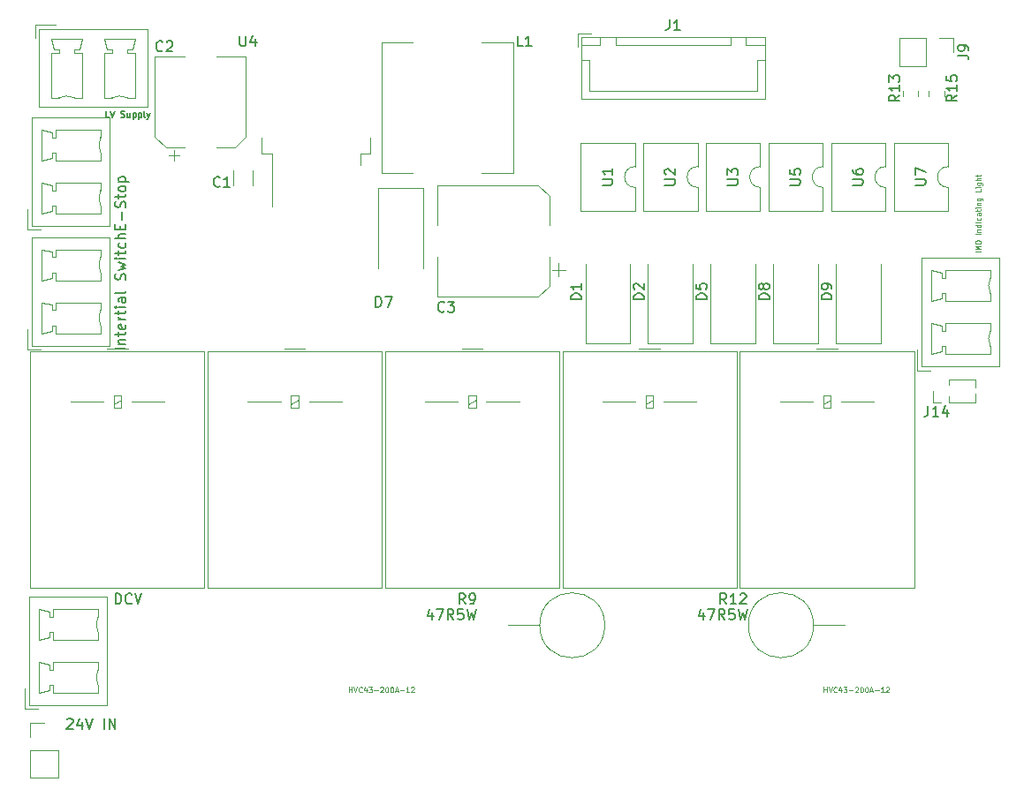
<source format=gbr>
%TF.GenerationSoftware,KiCad,Pcbnew,7.0.9*%
%TF.CreationDate,2024-06-03T12:22:40+05:30*%
%TF.ProjectId,Precharge,50726563-6861-4726-9765-2e6b69636164,rev?*%
%TF.SameCoordinates,Original*%
%TF.FileFunction,Legend,Top*%
%TF.FilePolarity,Positive*%
%FSLAX46Y46*%
G04 Gerber Fmt 4.6, Leading zero omitted, Abs format (unit mm)*
G04 Created by KiCad (PCBNEW 7.0.9) date 2024-06-03 12:22:40*
%MOMM*%
%LPD*%
G01*
G04 APERTURE LIST*
%ADD10C,0.125000*%
%ADD11C,0.150000*%
%ADD12C,0.120000*%
G04 APERTURE END LIST*
D10*
X113701283Y-76432309D02*
X113701283Y-75932309D01*
X113701283Y-76170404D02*
X113986997Y-76170404D01*
X113986997Y-76432309D02*
X113986997Y-75932309D01*
X114153665Y-75932309D02*
X114320331Y-76432309D01*
X114320331Y-76432309D02*
X114486998Y-75932309D01*
X114939378Y-76384690D02*
X114915569Y-76408500D01*
X114915569Y-76408500D02*
X114844140Y-76432309D01*
X114844140Y-76432309D02*
X114796521Y-76432309D01*
X114796521Y-76432309D02*
X114725093Y-76408500D01*
X114725093Y-76408500D02*
X114677474Y-76360880D01*
X114677474Y-76360880D02*
X114653664Y-76313261D01*
X114653664Y-76313261D02*
X114629855Y-76218023D01*
X114629855Y-76218023D02*
X114629855Y-76146595D01*
X114629855Y-76146595D02*
X114653664Y-76051357D01*
X114653664Y-76051357D02*
X114677474Y-76003738D01*
X114677474Y-76003738D02*
X114725093Y-75956119D01*
X114725093Y-75956119D02*
X114796521Y-75932309D01*
X114796521Y-75932309D02*
X114844140Y-75932309D01*
X114844140Y-75932309D02*
X114915569Y-75956119D01*
X114915569Y-75956119D02*
X114939378Y-75979928D01*
X115367950Y-76098976D02*
X115367950Y-76432309D01*
X115248902Y-75908500D02*
X115129855Y-76265642D01*
X115129855Y-76265642D02*
X115439378Y-76265642D01*
X115582235Y-75932309D02*
X115891759Y-75932309D01*
X115891759Y-75932309D02*
X115725092Y-76122785D01*
X115725092Y-76122785D02*
X115796521Y-76122785D01*
X115796521Y-76122785D02*
X115844140Y-76146595D01*
X115844140Y-76146595D02*
X115867949Y-76170404D01*
X115867949Y-76170404D02*
X115891759Y-76218023D01*
X115891759Y-76218023D02*
X115891759Y-76337071D01*
X115891759Y-76337071D02*
X115867949Y-76384690D01*
X115867949Y-76384690D02*
X115844140Y-76408500D01*
X115844140Y-76408500D02*
X115796521Y-76432309D01*
X115796521Y-76432309D02*
X115653664Y-76432309D01*
X115653664Y-76432309D02*
X115606045Y-76408500D01*
X115606045Y-76408500D02*
X115582235Y-76384690D01*
X116106044Y-76241833D02*
X116486997Y-76241833D01*
X116701283Y-75979928D02*
X116725092Y-75956119D01*
X116725092Y-75956119D02*
X116772711Y-75932309D01*
X116772711Y-75932309D02*
X116891759Y-75932309D01*
X116891759Y-75932309D02*
X116939378Y-75956119D01*
X116939378Y-75956119D02*
X116963187Y-75979928D01*
X116963187Y-75979928D02*
X116986997Y-76027547D01*
X116986997Y-76027547D02*
X116986997Y-76075166D01*
X116986997Y-76075166D02*
X116963187Y-76146595D01*
X116963187Y-76146595D02*
X116677473Y-76432309D01*
X116677473Y-76432309D02*
X116986997Y-76432309D01*
X117296520Y-75932309D02*
X117344139Y-75932309D01*
X117344139Y-75932309D02*
X117391758Y-75956119D01*
X117391758Y-75956119D02*
X117415568Y-75979928D01*
X117415568Y-75979928D02*
X117439377Y-76027547D01*
X117439377Y-76027547D02*
X117463187Y-76122785D01*
X117463187Y-76122785D02*
X117463187Y-76241833D01*
X117463187Y-76241833D02*
X117439377Y-76337071D01*
X117439377Y-76337071D02*
X117415568Y-76384690D01*
X117415568Y-76384690D02*
X117391758Y-76408500D01*
X117391758Y-76408500D02*
X117344139Y-76432309D01*
X117344139Y-76432309D02*
X117296520Y-76432309D01*
X117296520Y-76432309D02*
X117248901Y-76408500D01*
X117248901Y-76408500D02*
X117225092Y-76384690D01*
X117225092Y-76384690D02*
X117201282Y-76337071D01*
X117201282Y-76337071D02*
X117177473Y-76241833D01*
X117177473Y-76241833D02*
X117177473Y-76122785D01*
X117177473Y-76122785D02*
X117201282Y-76027547D01*
X117201282Y-76027547D02*
X117225092Y-75979928D01*
X117225092Y-75979928D02*
X117248901Y-75956119D01*
X117248901Y-75956119D02*
X117296520Y-75932309D01*
X117772710Y-75932309D02*
X117820329Y-75932309D01*
X117820329Y-75932309D02*
X117867948Y-75956119D01*
X117867948Y-75956119D02*
X117891758Y-75979928D01*
X117891758Y-75979928D02*
X117915567Y-76027547D01*
X117915567Y-76027547D02*
X117939377Y-76122785D01*
X117939377Y-76122785D02*
X117939377Y-76241833D01*
X117939377Y-76241833D02*
X117915567Y-76337071D01*
X117915567Y-76337071D02*
X117891758Y-76384690D01*
X117891758Y-76384690D02*
X117867948Y-76408500D01*
X117867948Y-76408500D02*
X117820329Y-76432309D01*
X117820329Y-76432309D02*
X117772710Y-76432309D01*
X117772710Y-76432309D02*
X117725091Y-76408500D01*
X117725091Y-76408500D02*
X117701282Y-76384690D01*
X117701282Y-76384690D02*
X117677472Y-76337071D01*
X117677472Y-76337071D02*
X117653663Y-76241833D01*
X117653663Y-76241833D02*
X117653663Y-76122785D01*
X117653663Y-76122785D02*
X117677472Y-76027547D01*
X117677472Y-76027547D02*
X117701282Y-75979928D01*
X117701282Y-75979928D02*
X117725091Y-75956119D01*
X117725091Y-75956119D02*
X117772710Y-75932309D01*
X118129853Y-76289452D02*
X118367948Y-76289452D01*
X118082234Y-76432309D02*
X118248900Y-75932309D01*
X118248900Y-75932309D02*
X118415567Y-76432309D01*
X118582233Y-76241833D02*
X118963186Y-76241833D01*
X119463186Y-76432309D02*
X119177472Y-76432309D01*
X119320329Y-76432309D02*
X119320329Y-75932309D01*
X119320329Y-75932309D02*
X119272710Y-76003738D01*
X119272710Y-76003738D02*
X119225091Y-76051357D01*
X119225091Y-76051357D02*
X119177472Y-76075166D01*
X119653662Y-75979928D02*
X119677471Y-75956119D01*
X119677471Y-75956119D02*
X119725090Y-75932309D01*
X119725090Y-75932309D02*
X119844138Y-75932309D01*
X119844138Y-75932309D02*
X119891757Y-75956119D01*
X119891757Y-75956119D02*
X119915566Y-75979928D01*
X119915566Y-75979928D02*
X119939376Y-76027547D01*
X119939376Y-76027547D02*
X119939376Y-76075166D01*
X119939376Y-76075166D02*
X119915566Y-76146595D01*
X119915566Y-76146595D02*
X119629852Y-76432309D01*
X119629852Y-76432309D02*
X119939376Y-76432309D01*
X68201283Y-76432309D02*
X68201283Y-75932309D01*
X68201283Y-76170404D02*
X68486997Y-76170404D01*
X68486997Y-76432309D02*
X68486997Y-75932309D01*
X68653665Y-75932309D02*
X68820331Y-76432309D01*
X68820331Y-76432309D02*
X68986998Y-75932309D01*
X69439378Y-76384690D02*
X69415569Y-76408500D01*
X69415569Y-76408500D02*
X69344140Y-76432309D01*
X69344140Y-76432309D02*
X69296521Y-76432309D01*
X69296521Y-76432309D02*
X69225093Y-76408500D01*
X69225093Y-76408500D02*
X69177474Y-76360880D01*
X69177474Y-76360880D02*
X69153664Y-76313261D01*
X69153664Y-76313261D02*
X69129855Y-76218023D01*
X69129855Y-76218023D02*
X69129855Y-76146595D01*
X69129855Y-76146595D02*
X69153664Y-76051357D01*
X69153664Y-76051357D02*
X69177474Y-76003738D01*
X69177474Y-76003738D02*
X69225093Y-75956119D01*
X69225093Y-75956119D02*
X69296521Y-75932309D01*
X69296521Y-75932309D02*
X69344140Y-75932309D01*
X69344140Y-75932309D02*
X69415569Y-75956119D01*
X69415569Y-75956119D02*
X69439378Y-75979928D01*
X69867950Y-76098976D02*
X69867950Y-76432309D01*
X69748902Y-75908500D02*
X69629855Y-76265642D01*
X69629855Y-76265642D02*
X69939378Y-76265642D01*
X70082235Y-75932309D02*
X70391759Y-75932309D01*
X70391759Y-75932309D02*
X70225092Y-76122785D01*
X70225092Y-76122785D02*
X70296521Y-76122785D01*
X70296521Y-76122785D02*
X70344140Y-76146595D01*
X70344140Y-76146595D02*
X70367949Y-76170404D01*
X70367949Y-76170404D02*
X70391759Y-76218023D01*
X70391759Y-76218023D02*
X70391759Y-76337071D01*
X70391759Y-76337071D02*
X70367949Y-76384690D01*
X70367949Y-76384690D02*
X70344140Y-76408500D01*
X70344140Y-76408500D02*
X70296521Y-76432309D01*
X70296521Y-76432309D02*
X70153664Y-76432309D01*
X70153664Y-76432309D02*
X70106045Y-76408500D01*
X70106045Y-76408500D02*
X70082235Y-76384690D01*
X70606044Y-76241833D02*
X70986997Y-76241833D01*
X71201283Y-75979928D02*
X71225092Y-75956119D01*
X71225092Y-75956119D02*
X71272711Y-75932309D01*
X71272711Y-75932309D02*
X71391759Y-75932309D01*
X71391759Y-75932309D02*
X71439378Y-75956119D01*
X71439378Y-75956119D02*
X71463187Y-75979928D01*
X71463187Y-75979928D02*
X71486997Y-76027547D01*
X71486997Y-76027547D02*
X71486997Y-76075166D01*
X71486997Y-76075166D02*
X71463187Y-76146595D01*
X71463187Y-76146595D02*
X71177473Y-76432309D01*
X71177473Y-76432309D02*
X71486997Y-76432309D01*
X71796520Y-75932309D02*
X71844139Y-75932309D01*
X71844139Y-75932309D02*
X71891758Y-75956119D01*
X71891758Y-75956119D02*
X71915568Y-75979928D01*
X71915568Y-75979928D02*
X71939377Y-76027547D01*
X71939377Y-76027547D02*
X71963187Y-76122785D01*
X71963187Y-76122785D02*
X71963187Y-76241833D01*
X71963187Y-76241833D02*
X71939377Y-76337071D01*
X71939377Y-76337071D02*
X71915568Y-76384690D01*
X71915568Y-76384690D02*
X71891758Y-76408500D01*
X71891758Y-76408500D02*
X71844139Y-76432309D01*
X71844139Y-76432309D02*
X71796520Y-76432309D01*
X71796520Y-76432309D02*
X71748901Y-76408500D01*
X71748901Y-76408500D02*
X71725092Y-76384690D01*
X71725092Y-76384690D02*
X71701282Y-76337071D01*
X71701282Y-76337071D02*
X71677473Y-76241833D01*
X71677473Y-76241833D02*
X71677473Y-76122785D01*
X71677473Y-76122785D02*
X71701282Y-76027547D01*
X71701282Y-76027547D02*
X71725092Y-75979928D01*
X71725092Y-75979928D02*
X71748901Y-75956119D01*
X71748901Y-75956119D02*
X71796520Y-75932309D01*
X72272710Y-75932309D02*
X72320329Y-75932309D01*
X72320329Y-75932309D02*
X72367948Y-75956119D01*
X72367948Y-75956119D02*
X72391758Y-75979928D01*
X72391758Y-75979928D02*
X72415567Y-76027547D01*
X72415567Y-76027547D02*
X72439377Y-76122785D01*
X72439377Y-76122785D02*
X72439377Y-76241833D01*
X72439377Y-76241833D02*
X72415567Y-76337071D01*
X72415567Y-76337071D02*
X72391758Y-76384690D01*
X72391758Y-76384690D02*
X72367948Y-76408500D01*
X72367948Y-76408500D02*
X72320329Y-76432309D01*
X72320329Y-76432309D02*
X72272710Y-76432309D01*
X72272710Y-76432309D02*
X72225091Y-76408500D01*
X72225091Y-76408500D02*
X72201282Y-76384690D01*
X72201282Y-76384690D02*
X72177472Y-76337071D01*
X72177472Y-76337071D02*
X72153663Y-76241833D01*
X72153663Y-76241833D02*
X72153663Y-76122785D01*
X72153663Y-76122785D02*
X72177472Y-76027547D01*
X72177472Y-76027547D02*
X72201282Y-75979928D01*
X72201282Y-75979928D02*
X72225091Y-75956119D01*
X72225091Y-75956119D02*
X72272710Y-75932309D01*
X72629853Y-76289452D02*
X72867948Y-76289452D01*
X72582234Y-76432309D02*
X72748900Y-75932309D01*
X72748900Y-75932309D02*
X72915567Y-76432309D01*
X73082233Y-76241833D02*
X73463186Y-76241833D01*
X73963186Y-76432309D02*
X73677472Y-76432309D01*
X73820329Y-76432309D02*
X73820329Y-75932309D01*
X73820329Y-75932309D02*
X73772710Y-76003738D01*
X73772710Y-76003738D02*
X73725091Y-76051357D01*
X73725091Y-76051357D02*
X73677472Y-76075166D01*
X74153662Y-75979928D02*
X74177471Y-75956119D01*
X74177471Y-75956119D02*
X74225090Y-75932309D01*
X74225090Y-75932309D02*
X74344138Y-75932309D01*
X74344138Y-75932309D02*
X74391757Y-75956119D01*
X74391757Y-75956119D02*
X74415566Y-75979928D01*
X74415566Y-75979928D02*
X74439376Y-76027547D01*
X74439376Y-76027547D02*
X74439376Y-76075166D01*
X74439376Y-76075166D02*
X74415566Y-76146595D01*
X74415566Y-76146595D02*
X74129852Y-76432309D01*
X74129852Y-76432309D02*
X74439376Y-76432309D01*
D11*
X123690476Y-48954819D02*
X123690476Y-49669104D01*
X123690476Y-49669104D02*
X123642857Y-49811961D01*
X123642857Y-49811961D02*
X123547619Y-49907200D01*
X123547619Y-49907200D02*
X123404762Y-49954819D01*
X123404762Y-49954819D02*
X123309524Y-49954819D01*
X124690476Y-49954819D02*
X124119048Y-49954819D01*
X124404762Y-49954819D02*
X124404762Y-48954819D01*
X124404762Y-48954819D02*
X124309524Y-49097676D01*
X124309524Y-49097676D02*
X124214286Y-49192914D01*
X124214286Y-49192914D02*
X124119048Y-49240533D01*
X125547619Y-49288152D02*
X125547619Y-49954819D01*
X125309524Y-48907200D02*
X125071429Y-49621485D01*
X125071429Y-49621485D02*
X125690476Y-49621485D01*
D10*
X128724809Y-34178570D02*
X128224809Y-34178570D01*
X128724809Y-33940475D02*
X128224809Y-33940475D01*
X128224809Y-33940475D02*
X128581952Y-33773808D01*
X128581952Y-33773808D02*
X128224809Y-33607142D01*
X128224809Y-33607142D02*
X128724809Y-33607142D01*
X128724809Y-33369046D02*
X128224809Y-33369046D01*
X128224809Y-33369046D02*
X128224809Y-33249998D01*
X128224809Y-33249998D02*
X128248619Y-33178570D01*
X128248619Y-33178570D02*
X128296238Y-33130951D01*
X128296238Y-33130951D02*
X128343857Y-33107141D01*
X128343857Y-33107141D02*
X128439095Y-33083332D01*
X128439095Y-33083332D02*
X128510523Y-33083332D01*
X128510523Y-33083332D02*
X128605761Y-33107141D01*
X128605761Y-33107141D02*
X128653380Y-33130951D01*
X128653380Y-33130951D02*
X128701000Y-33178570D01*
X128701000Y-33178570D02*
X128724809Y-33249998D01*
X128724809Y-33249998D02*
X128724809Y-33369046D01*
X128724809Y-32488094D02*
X128224809Y-32488094D01*
X128391476Y-32249999D02*
X128724809Y-32249999D01*
X128439095Y-32249999D02*
X128415285Y-32226189D01*
X128415285Y-32226189D02*
X128391476Y-32178570D01*
X128391476Y-32178570D02*
X128391476Y-32107142D01*
X128391476Y-32107142D02*
X128415285Y-32059523D01*
X128415285Y-32059523D02*
X128462904Y-32035713D01*
X128462904Y-32035713D02*
X128724809Y-32035713D01*
X128724809Y-31583332D02*
X128224809Y-31583332D01*
X128701000Y-31583332D02*
X128724809Y-31630951D01*
X128724809Y-31630951D02*
X128724809Y-31726189D01*
X128724809Y-31726189D02*
X128701000Y-31773808D01*
X128701000Y-31773808D02*
X128677190Y-31797618D01*
X128677190Y-31797618D02*
X128629571Y-31821427D01*
X128629571Y-31821427D02*
X128486714Y-31821427D01*
X128486714Y-31821427D02*
X128439095Y-31797618D01*
X128439095Y-31797618D02*
X128415285Y-31773808D01*
X128415285Y-31773808D02*
X128391476Y-31726189D01*
X128391476Y-31726189D02*
X128391476Y-31630951D01*
X128391476Y-31630951D02*
X128415285Y-31583332D01*
X128724809Y-31345237D02*
X128391476Y-31345237D01*
X128224809Y-31345237D02*
X128248619Y-31369046D01*
X128248619Y-31369046D02*
X128272428Y-31345237D01*
X128272428Y-31345237D02*
X128248619Y-31321427D01*
X128248619Y-31321427D02*
X128224809Y-31345237D01*
X128224809Y-31345237D02*
X128272428Y-31345237D01*
X128701000Y-30892856D02*
X128724809Y-30940475D01*
X128724809Y-30940475D02*
X128724809Y-31035713D01*
X128724809Y-31035713D02*
X128701000Y-31083332D01*
X128701000Y-31083332D02*
X128677190Y-31107142D01*
X128677190Y-31107142D02*
X128629571Y-31130951D01*
X128629571Y-31130951D02*
X128486714Y-31130951D01*
X128486714Y-31130951D02*
X128439095Y-31107142D01*
X128439095Y-31107142D02*
X128415285Y-31083332D01*
X128415285Y-31083332D02*
X128391476Y-31035713D01*
X128391476Y-31035713D02*
X128391476Y-30940475D01*
X128391476Y-30940475D02*
X128415285Y-30892856D01*
X128724809Y-30464285D02*
X128462904Y-30464285D01*
X128462904Y-30464285D02*
X128415285Y-30488095D01*
X128415285Y-30488095D02*
X128391476Y-30535714D01*
X128391476Y-30535714D02*
X128391476Y-30630952D01*
X128391476Y-30630952D02*
X128415285Y-30678571D01*
X128701000Y-30464285D02*
X128724809Y-30511904D01*
X128724809Y-30511904D02*
X128724809Y-30630952D01*
X128724809Y-30630952D02*
X128701000Y-30678571D01*
X128701000Y-30678571D02*
X128653380Y-30702380D01*
X128653380Y-30702380D02*
X128605761Y-30702380D01*
X128605761Y-30702380D02*
X128558142Y-30678571D01*
X128558142Y-30678571D02*
X128534333Y-30630952D01*
X128534333Y-30630952D02*
X128534333Y-30511904D01*
X128534333Y-30511904D02*
X128510523Y-30464285D01*
X128391476Y-30297618D02*
X128391476Y-30107142D01*
X128224809Y-30226190D02*
X128653380Y-30226190D01*
X128653380Y-30226190D02*
X128701000Y-30202380D01*
X128701000Y-30202380D02*
X128724809Y-30154761D01*
X128724809Y-30154761D02*
X128724809Y-30107142D01*
X128724809Y-29940476D02*
X128391476Y-29940476D01*
X128224809Y-29940476D02*
X128248619Y-29964285D01*
X128248619Y-29964285D02*
X128272428Y-29940476D01*
X128272428Y-29940476D02*
X128248619Y-29916666D01*
X128248619Y-29916666D02*
X128224809Y-29940476D01*
X128224809Y-29940476D02*
X128272428Y-29940476D01*
X128391476Y-29702381D02*
X128724809Y-29702381D01*
X128439095Y-29702381D02*
X128415285Y-29678571D01*
X128415285Y-29678571D02*
X128391476Y-29630952D01*
X128391476Y-29630952D02*
X128391476Y-29559524D01*
X128391476Y-29559524D02*
X128415285Y-29511905D01*
X128415285Y-29511905D02*
X128462904Y-29488095D01*
X128462904Y-29488095D02*
X128724809Y-29488095D01*
X128391476Y-29035714D02*
X128796238Y-29035714D01*
X128796238Y-29035714D02*
X128843857Y-29059524D01*
X128843857Y-29059524D02*
X128867666Y-29083333D01*
X128867666Y-29083333D02*
X128891476Y-29130952D01*
X128891476Y-29130952D02*
X128891476Y-29202381D01*
X128891476Y-29202381D02*
X128867666Y-29250000D01*
X128701000Y-29035714D02*
X128724809Y-29083333D01*
X128724809Y-29083333D02*
X128724809Y-29178571D01*
X128724809Y-29178571D02*
X128701000Y-29226190D01*
X128701000Y-29226190D02*
X128677190Y-29250000D01*
X128677190Y-29250000D02*
X128629571Y-29273809D01*
X128629571Y-29273809D02*
X128486714Y-29273809D01*
X128486714Y-29273809D02*
X128439095Y-29250000D01*
X128439095Y-29250000D02*
X128415285Y-29226190D01*
X128415285Y-29226190D02*
X128391476Y-29178571D01*
X128391476Y-29178571D02*
X128391476Y-29083333D01*
X128391476Y-29083333D02*
X128415285Y-29035714D01*
X128724809Y-28178572D02*
X128724809Y-28416667D01*
X128724809Y-28416667D02*
X128224809Y-28416667D01*
X128724809Y-28011905D02*
X128391476Y-28011905D01*
X128224809Y-28011905D02*
X128248619Y-28035714D01*
X128248619Y-28035714D02*
X128272428Y-28011905D01*
X128272428Y-28011905D02*
X128248619Y-27988095D01*
X128248619Y-27988095D02*
X128224809Y-28011905D01*
X128224809Y-28011905D02*
X128272428Y-28011905D01*
X128391476Y-27559524D02*
X128796238Y-27559524D01*
X128796238Y-27559524D02*
X128843857Y-27583334D01*
X128843857Y-27583334D02*
X128867666Y-27607143D01*
X128867666Y-27607143D02*
X128891476Y-27654762D01*
X128891476Y-27654762D02*
X128891476Y-27726191D01*
X128891476Y-27726191D02*
X128867666Y-27773810D01*
X128701000Y-27559524D02*
X128724809Y-27607143D01*
X128724809Y-27607143D02*
X128724809Y-27702381D01*
X128724809Y-27702381D02*
X128701000Y-27750000D01*
X128701000Y-27750000D02*
X128677190Y-27773810D01*
X128677190Y-27773810D02*
X128629571Y-27797619D01*
X128629571Y-27797619D02*
X128486714Y-27797619D01*
X128486714Y-27797619D02*
X128439095Y-27773810D01*
X128439095Y-27773810D02*
X128415285Y-27750000D01*
X128415285Y-27750000D02*
X128391476Y-27702381D01*
X128391476Y-27702381D02*
X128391476Y-27607143D01*
X128391476Y-27607143D02*
X128415285Y-27559524D01*
X128724809Y-27321429D02*
X128224809Y-27321429D01*
X128724809Y-27107143D02*
X128462904Y-27107143D01*
X128462904Y-27107143D02*
X128415285Y-27130953D01*
X128415285Y-27130953D02*
X128391476Y-27178572D01*
X128391476Y-27178572D02*
X128391476Y-27250000D01*
X128391476Y-27250000D02*
X128415285Y-27297619D01*
X128415285Y-27297619D02*
X128439095Y-27321429D01*
X128391476Y-26940476D02*
X128391476Y-26750000D01*
X128224809Y-26869048D02*
X128653380Y-26869048D01*
X128653380Y-26869048D02*
X128701000Y-26845238D01*
X128701000Y-26845238D02*
X128724809Y-26797619D01*
X128724809Y-26797619D02*
X128724809Y-26750000D01*
D11*
X126454819Y-19142857D02*
X125978628Y-19476190D01*
X126454819Y-19714285D02*
X125454819Y-19714285D01*
X125454819Y-19714285D02*
X125454819Y-19333333D01*
X125454819Y-19333333D02*
X125502438Y-19238095D01*
X125502438Y-19238095D02*
X125550057Y-19190476D01*
X125550057Y-19190476D02*
X125645295Y-19142857D01*
X125645295Y-19142857D02*
X125788152Y-19142857D01*
X125788152Y-19142857D02*
X125883390Y-19190476D01*
X125883390Y-19190476D02*
X125931009Y-19238095D01*
X125931009Y-19238095D02*
X125978628Y-19333333D01*
X125978628Y-19333333D02*
X125978628Y-19714285D01*
X126454819Y-18190476D02*
X126454819Y-18761904D01*
X126454819Y-18476190D02*
X125454819Y-18476190D01*
X125454819Y-18476190D02*
X125597676Y-18571428D01*
X125597676Y-18571428D02*
X125692914Y-18666666D01*
X125692914Y-18666666D02*
X125740533Y-18761904D01*
X125454819Y-17285714D02*
X125454819Y-17761904D01*
X125454819Y-17761904D02*
X125931009Y-17809523D01*
X125931009Y-17809523D02*
X125883390Y-17761904D01*
X125883390Y-17761904D02*
X125835771Y-17666666D01*
X125835771Y-17666666D02*
X125835771Y-17428571D01*
X125835771Y-17428571D02*
X125883390Y-17333333D01*
X125883390Y-17333333D02*
X125931009Y-17285714D01*
X125931009Y-17285714D02*
X126026247Y-17238095D01*
X126026247Y-17238095D02*
X126264342Y-17238095D01*
X126264342Y-17238095D02*
X126359580Y-17285714D01*
X126359580Y-17285714D02*
X126407200Y-17333333D01*
X126407200Y-17333333D02*
X126454819Y-17428571D01*
X126454819Y-17428571D02*
X126454819Y-17666666D01*
X126454819Y-17666666D02*
X126407200Y-17761904D01*
X126407200Y-17761904D02*
X126359580Y-17809523D01*
X122454819Y-27761904D02*
X123264342Y-27761904D01*
X123264342Y-27761904D02*
X123359580Y-27714285D01*
X123359580Y-27714285D02*
X123407200Y-27666666D01*
X123407200Y-27666666D02*
X123454819Y-27571428D01*
X123454819Y-27571428D02*
X123454819Y-27380952D01*
X123454819Y-27380952D02*
X123407200Y-27285714D01*
X123407200Y-27285714D02*
X123359580Y-27238095D01*
X123359580Y-27238095D02*
X123264342Y-27190476D01*
X123264342Y-27190476D02*
X122454819Y-27190476D01*
X122454819Y-26809523D02*
X122454819Y-26142857D01*
X122454819Y-26142857D02*
X123454819Y-26571428D01*
X120954819Y-19142857D02*
X120478628Y-19476190D01*
X120954819Y-19714285D02*
X119954819Y-19714285D01*
X119954819Y-19714285D02*
X119954819Y-19333333D01*
X119954819Y-19333333D02*
X120002438Y-19238095D01*
X120002438Y-19238095D02*
X120050057Y-19190476D01*
X120050057Y-19190476D02*
X120145295Y-19142857D01*
X120145295Y-19142857D02*
X120288152Y-19142857D01*
X120288152Y-19142857D02*
X120383390Y-19190476D01*
X120383390Y-19190476D02*
X120431009Y-19238095D01*
X120431009Y-19238095D02*
X120478628Y-19333333D01*
X120478628Y-19333333D02*
X120478628Y-19714285D01*
X120954819Y-18190476D02*
X120954819Y-18761904D01*
X120954819Y-18476190D02*
X119954819Y-18476190D01*
X119954819Y-18476190D02*
X120097676Y-18571428D01*
X120097676Y-18571428D02*
X120192914Y-18666666D01*
X120192914Y-18666666D02*
X120240533Y-18761904D01*
X119954819Y-17857142D02*
X119954819Y-17238095D01*
X119954819Y-17238095D02*
X120335771Y-17571428D01*
X120335771Y-17571428D02*
X120335771Y-17428571D01*
X120335771Y-17428571D02*
X120383390Y-17333333D01*
X120383390Y-17333333D02*
X120431009Y-17285714D01*
X120431009Y-17285714D02*
X120526247Y-17238095D01*
X120526247Y-17238095D02*
X120764342Y-17238095D01*
X120764342Y-17238095D02*
X120859580Y-17285714D01*
X120859580Y-17285714D02*
X120907200Y-17333333D01*
X120907200Y-17333333D02*
X120954819Y-17428571D01*
X120954819Y-17428571D02*
X120954819Y-17714285D01*
X120954819Y-17714285D02*
X120907200Y-17809523D01*
X120907200Y-17809523D02*
X120859580Y-17857142D01*
X126559819Y-15333333D02*
X127274104Y-15333333D01*
X127274104Y-15333333D02*
X127416961Y-15380952D01*
X127416961Y-15380952D02*
X127512200Y-15476190D01*
X127512200Y-15476190D02*
X127559819Y-15619047D01*
X127559819Y-15619047D02*
X127559819Y-15714285D01*
X127559819Y-14809523D02*
X127559819Y-14619047D01*
X127559819Y-14619047D02*
X127512200Y-14523809D01*
X127512200Y-14523809D02*
X127464580Y-14476190D01*
X127464580Y-14476190D02*
X127321723Y-14380952D01*
X127321723Y-14380952D02*
X127131247Y-14333333D01*
X127131247Y-14333333D02*
X126750295Y-14333333D01*
X126750295Y-14333333D02*
X126655057Y-14380952D01*
X126655057Y-14380952D02*
X126607438Y-14428571D01*
X126607438Y-14428571D02*
X126559819Y-14523809D01*
X126559819Y-14523809D02*
X126559819Y-14714285D01*
X126559819Y-14714285D02*
X126607438Y-14809523D01*
X126607438Y-14809523D02*
X126655057Y-14857142D01*
X126655057Y-14857142D02*
X126750295Y-14904761D01*
X126750295Y-14904761D02*
X126988390Y-14904761D01*
X126988390Y-14904761D02*
X127083628Y-14857142D01*
X127083628Y-14857142D02*
X127131247Y-14809523D01*
X127131247Y-14809523D02*
X127178866Y-14714285D01*
X127178866Y-14714285D02*
X127178866Y-14523809D01*
X127178866Y-14523809D02*
X127131247Y-14428571D01*
X127131247Y-14428571D02*
X127083628Y-14380952D01*
X127083628Y-14380952D02*
X126988390Y-14333333D01*
X46797319Y-43482500D02*
X45797319Y-43482500D01*
X46130652Y-43006310D02*
X46797319Y-43006310D01*
X46225890Y-43006310D02*
X46178271Y-42958691D01*
X46178271Y-42958691D02*
X46130652Y-42863453D01*
X46130652Y-42863453D02*
X46130652Y-42720596D01*
X46130652Y-42720596D02*
X46178271Y-42625358D01*
X46178271Y-42625358D02*
X46273509Y-42577739D01*
X46273509Y-42577739D02*
X46797319Y-42577739D01*
X46130652Y-42244405D02*
X46130652Y-41863453D01*
X45797319Y-42101548D02*
X46654461Y-42101548D01*
X46654461Y-42101548D02*
X46749700Y-42053929D01*
X46749700Y-42053929D02*
X46797319Y-41958691D01*
X46797319Y-41958691D02*
X46797319Y-41863453D01*
X46749700Y-41149167D02*
X46797319Y-41244405D01*
X46797319Y-41244405D02*
X46797319Y-41434881D01*
X46797319Y-41434881D02*
X46749700Y-41530119D01*
X46749700Y-41530119D02*
X46654461Y-41577738D01*
X46654461Y-41577738D02*
X46273509Y-41577738D01*
X46273509Y-41577738D02*
X46178271Y-41530119D01*
X46178271Y-41530119D02*
X46130652Y-41434881D01*
X46130652Y-41434881D02*
X46130652Y-41244405D01*
X46130652Y-41244405D02*
X46178271Y-41149167D01*
X46178271Y-41149167D02*
X46273509Y-41101548D01*
X46273509Y-41101548D02*
X46368747Y-41101548D01*
X46368747Y-41101548D02*
X46463985Y-41577738D01*
X46797319Y-40672976D02*
X46130652Y-40672976D01*
X46321128Y-40672976D02*
X46225890Y-40625357D01*
X46225890Y-40625357D02*
X46178271Y-40577738D01*
X46178271Y-40577738D02*
X46130652Y-40482500D01*
X46130652Y-40482500D02*
X46130652Y-40387262D01*
X46130652Y-40196785D02*
X46130652Y-39815833D01*
X45797319Y-40053928D02*
X46654461Y-40053928D01*
X46654461Y-40053928D02*
X46749700Y-40006309D01*
X46749700Y-40006309D02*
X46797319Y-39911071D01*
X46797319Y-39911071D02*
X46797319Y-39815833D01*
X46797319Y-39482499D02*
X46130652Y-39482499D01*
X45797319Y-39482499D02*
X45844938Y-39530118D01*
X45844938Y-39530118D02*
X45892557Y-39482499D01*
X45892557Y-39482499D02*
X45844938Y-39434880D01*
X45844938Y-39434880D02*
X45797319Y-39482499D01*
X45797319Y-39482499D02*
X45892557Y-39482499D01*
X46797319Y-38577738D02*
X46273509Y-38577738D01*
X46273509Y-38577738D02*
X46178271Y-38625357D01*
X46178271Y-38625357D02*
X46130652Y-38720595D01*
X46130652Y-38720595D02*
X46130652Y-38911071D01*
X46130652Y-38911071D02*
X46178271Y-39006309D01*
X46749700Y-38577738D02*
X46797319Y-38672976D01*
X46797319Y-38672976D02*
X46797319Y-38911071D01*
X46797319Y-38911071D02*
X46749700Y-39006309D01*
X46749700Y-39006309D02*
X46654461Y-39053928D01*
X46654461Y-39053928D02*
X46559223Y-39053928D01*
X46559223Y-39053928D02*
X46463985Y-39006309D01*
X46463985Y-39006309D02*
X46416366Y-38911071D01*
X46416366Y-38911071D02*
X46416366Y-38672976D01*
X46416366Y-38672976D02*
X46368747Y-38577738D01*
X46797319Y-37958690D02*
X46749700Y-38053928D01*
X46749700Y-38053928D02*
X46654461Y-38101547D01*
X46654461Y-38101547D02*
X45797319Y-38101547D01*
X46749700Y-36863451D02*
X46797319Y-36720594D01*
X46797319Y-36720594D02*
X46797319Y-36482499D01*
X46797319Y-36482499D02*
X46749700Y-36387261D01*
X46749700Y-36387261D02*
X46702080Y-36339642D01*
X46702080Y-36339642D02*
X46606842Y-36292023D01*
X46606842Y-36292023D02*
X46511604Y-36292023D01*
X46511604Y-36292023D02*
X46416366Y-36339642D01*
X46416366Y-36339642D02*
X46368747Y-36387261D01*
X46368747Y-36387261D02*
X46321128Y-36482499D01*
X46321128Y-36482499D02*
X46273509Y-36672975D01*
X46273509Y-36672975D02*
X46225890Y-36768213D01*
X46225890Y-36768213D02*
X46178271Y-36815832D01*
X46178271Y-36815832D02*
X46083033Y-36863451D01*
X46083033Y-36863451D02*
X45987795Y-36863451D01*
X45987795Y-36863451D02*
X45892557Y-36815832D01*
X45892557Y-36815832D02*
X45844938Y-36768213D01*
X45844938Y-36768213D02*
X45797319Y-36672975D01*
X45797319Y-36672975D02*
X45797319Y-36434880D01*
X45797319Y-36434880D02*
X45844938Y-36292023D01*
X46130652Y-35958689D02*
X46797319Y-35768213D01*
X46797319Y-35768213D02*
X46321128Y-35577737D01*
X46321128Y-35577737D02*
X46797319Y-35387261D01*
X46797319Y-35387261D02*
X46130652Y-35196785D01*
X46797319Y-34815832D02*
X46130652Y-34815832D01*
X45797319Y-34815832D02*
X45844938Y-34863451D01*
X45844938Y-34863451D02*
X45892557Y-34815832D01*
X45892557Y-34815832D02*
X45844938Y-34768213D01*
X45844938Y-34768213D02*
X45797319Y-34815832D01*
X45797319Y-34815832D02*
X45892557Y-34815832D01*
X46130652Y-34482499D02*
X46130652Y-34101547D01*
X45797319Y-34339642D02*
X46654461Y-34339642D01*
X46654461Y-34339642D02*
X46749700Y-34292023D01*
X46749700Y-34292023D02*
X46797319Y-34196785D01*
X46797319Y-34196785D02*
X46797319Y-34101547D01*
X46749700Y-33339642D02*
X46797319Y-33434880D01*
X46797319Y-33434880D02*
X46797319Y-33625356D01*
X46797319Y-33625356D02*
X46749700Y-33720594D01*
X46749700Y-33720594D02*
X46702080Y-33768213D01*
X46702080Y-33768213D02*
X46606842Y-33815832D01*
X46606842Y-33815832D02*
X46321128Y-33815832D01*
X46321128Y-33815832D02*
X46225890Y-33768213D01*
X46225890Y-33768213D02*
X46178271Y-33720594D01*
X46178271Y-33720594D02*
X46130652Y-33625356D01*
X46130652Y-33625356D02*
X46130652Y-33434880D01*
X46130652Y-33434880D02*
X46178271Y-33339642D01*
X46797319Y-32911070D02*
X45797319Y-32911070D01*
X46797319Y-32482499D02*
X46273509Y-32482499D01*
X46273509Y-32482499D02*
X46178271Y-32530118D01*
X46178271Y-32530118D02*
X46130652Y-32625356D01*
X46130652Y-32625356D02*
X46130652Y-32768213D01*
X46130652Y-32768213D02*
X46178271Y-32863451D01*
X46178271Y-32863451D02*
X46225890Y-32911070D01*
X70761905Y-39454819D02*
X70761905Y-38454819D01*
X70761905Y-38454819D02*
X71000000Y-38454819D01*
X71000000Y-38454819D02*
X71142857Y-38502438D01*
X71142857Y-38502438D02*
X71238095Y-38597676D01*
X71238095Y-38597676D02*
X71285714Y-38692914D01*
X71285714Y-38692914D02*
X71333333Y-38883390D01*
X71333333Y-38883390D02*
X71333333Y-39026247D01*
X71333333Y-39026247D02*
X71285714Y-39216723D01*
X71285714Y-39216723D02*
X71238095Y-39311961D01*
X71238095Y-39311961D02*
X71142857Y-39407200D01*
X71142857Y-39407200D02*
X71000000Y-39454819D01*
X71000000Y-39454819D02*
X70761905Y-39454819D01*
X71666667Y-38454819D02*
X72333333Y-38454819D01*
X72333333Y-38454819D02*
X71904762Y-39454819D01*
X98916666Y-11904819D02*
X98916666Y-12619104D01*
X98916666Y-12619104D02*
X98869047Y-12761961D01*
X98869047Y-12761961D02*
X98773809Y-12857200D01*
X98773809Y-12857200D02*
X98630952Y-12904819D01*
X98630952Y-12904819D02*
X98535714Y-12904819D01*
X99916666Y-12904819D02*
X99345238Y-12904819D01*
X99630952Y-12904819D02*
X99630952Y-11904819D01*
X99630952Y-11904819D02*
X99535714Y-12047676D01*
X99535714Y-12047676D02*
X99440476Y-12142914D01*
X99440476Y-12142914D02*
X99345238Y-12190533D01*
X102454819Y-38738094D02*
X101454819Y-38738094D01*
X101454819Y-38738094D02*
X101454819Y-38499999D01*
X101454819Y-38499999D02*
X101502438Y-38357142D01*
X101502438Y-38357142D02*
X101597676Y-38261904D01*
X101597676Y-38261904D02*
X101692914Y-38214285D01*
X101692914Y-38214285D02*
X101883390Y-38166666D01*
X101883390Y-38166666D02*
X102026247Y-38166666D01*
X102026247Y-38166666D02*
X102216723Y-38214285D01*
X102216723Y-38214285D02*
X102311961Y-38261904D01*
X102311961Y-38261904D02*
X102407200Y-38357142D01*
X102407200Y-38357142D02*
X102454819Y-38499999D01*
X102454819Y-38499999D02*
X102454819Y-38738094D01*
X101454819Y-37261904D02*
X101454819Y-37738094D01*
X101454819Y-37738094D02*
X101931009Y-37785713D01*
X101931009Y-37785713D02*
X101883390Y-37738094D01*
X101883390Y-37738094D02*
X101835771Y-37642856D01*
X101835771Y-37642856D02*
X101835771Y-37404761D01*
X101835771Y-37404761D02*
X101883390Y-37309523D01*
X101883390Y-37309523D02*
X101931009Y-37261904D01*
X101931009Y-37261904D02*
X102026247Y-37214285D01*
X102026247Y-37214285D02*
X102264342Y-37214285D01*
X102264342Y-37214285D02*
X102359580Y-37261904D01*
X102359580Y-37261904D02*
X102407200Y-37309523D01*
X102407200Y-37309523D02*
X102454819Y-37404761D01*
X102454819Y-37404761D02*
X102454819Y-37642856D01*
X102454819Y-37642856D02*
X102407200Y-37738094D01*
X102407200Y-37738094D02*
X102359580Y-37785713D01*
X79333333Y-67954819D02*
X79000000Y-67478628D01*
X78761905Y-67954819D02*
X78761905Y-66954819D01*
X78761905Y-66954819D02*
X79142857Y-66954819D01*
X79142857Y-66954819D02*
X79238095Y-67002438D01*
X79238095Y-67002438D02*
X79285714Y-67050057D01*
X79285714Y-67050057D02*
X79333333Y-67145295D01*
X79333333Y-67145295D02*
X79333333Y-67288152D01*
X79333333Y-67288152D02*
X79285714Y-67383390D01*
X79285714Y-67383390D02*
X79238095Y-67431009D01*
X79238095Y-67431009D02*
X79142857Y-67478628D01*
X79142857Y-67478628D02*
X78761905Y-67478628D01*
X79809524Y-67954819D02*
X80000000Y-67954819D01*
X80000000Y-67954819D02*
X80095238Y-67907200D01*
X80095238Y-67907200D02*
X80142857Y-67859580D01*
X80142857Y-67859580D02*
X80238095Y-67716723D01*
X80238095Y-67716723D02*
X80285714Y-67526247D01*
X80285714Y-67526247D02*
X80285714Y-67145295D01*
X80285714Y-67145295D02*
X80238095Y-67050057D01*
X80238095Y-67050057D02*
X80190476Y-67002438D01*
X80190476Y-67002438D02*
X80095238Y-66954819D01*
X80095238Y-66954819D02*
X79904762Y-66954819D01*
X79904762Y-66954819D02*
X79809524Y-67002438D01*
X79809524Y-67002438D02*
X79761905Y-67050057D01*
X79761905Y-67050057D02*
X79714286Y-67145295D01*
X79714286Y-67145295D02*
X79714286Y-67383390D01*
X79714286Y-67383390D02*
X79761905Y-67478628D01*
X79761905Y-67478628D02*
X79809524Y-67526247D01*
X79809524Y-67526247D02*
X79904762Y-67573866D01*
X79904762Y-67573866D02*
X80095238Y-67573866D01*
X80095238Y-67573866D02*
X80190476Y-67526247D01*
X80190476Y-67526247D02*
X80238095Y-67478628D01*
X80238095Y-67478628D02*
X80285714Y-67383390D01*
X76166666Y-68788152D02*
X76166666Y-69454819D01*
X75928571Y-68407200D02*
X75690476Y-69121485D01*
X75690476Y-69121485D02*
X76309523Y-69121485D01*
X76595238Y-68454819D02*
X77261904Y-68454819D01*
X77261904Y-68454819D02*
X76833333Y-69454819D01*
X78214285Y-69454819D02*
X77880952Y-68978628D01*
X77642857Y-69454819D02*
X77642857Y-68454819D01*
X77642857Y-68454819D02*
X78023809Y-68454819D01*
X78023809Y-68454819D02*
X78119047Y-68502438D01*
X78119047Y-68502438D02*
X78166666Y-68550057D01*
X78166666Y-68550057D02*
X78214285Y-68645295D01*
X78214285Y-68645295D02*
X78214285Y-68788152D01*
X78214285Y-68788152D02*
X78166666Y-68883390D01*
X78166666Y-68883390D02*
X78119047Y-68931009D01*
X78119047Y-68931009D02*
X78023809Y-68978628D01*
X78023809Y-68978628D02*
X77642857Y-68978628D01*
X79119047Y-68454819D02*
X78642857Y-68454819D01*
X78642857Y-68454819D02*
X78595238Y-68931009D01*
X78595238Y-68931009D02*
X78642857Y-68883390D01*
X78642857Y-68883390D02*
X78738095Y-68835771D01*
X78738095Y-68835771D02*
X78976190Y-68835771D01*
X78976190Y-68835771D02*
X79071428Y-68883390D01*
X79071428Y-68883390D02*
X79119047Y-68931009D01*
X79119047Y-68931009D02*
X79166666Y-69026247D01*
X79166666Y-69026247D02*
X79166666Y-69264342D01*
X79166666Y-69264342D02*
X79119047Y-69359580D01*
X79119047Y-69359580D02*
X79071428Y-69407200D01*
X79071428Y-69407200D02*
X78976190Y-69454819D01*
X78976190Y-69454819D02*
X78738095Y-69454819D01*
X78738095Y-69454819D02*
X78642857Y-69407200D01*
X78642857Y-69407200D02*
X78595238Y-69359580D01*
X79500000Y-68454819D02*
X79738095Y-69454819D01*
X79738095Y-69454819D02*
X79928571Y-68740533D01*
X79928571Y-68740533D02*
X80119047Y-69454819D01*
X80119047Y-69454819D02*
X80357143Y-68454819D01*
X84833333Y-14454819D02*
X84357143Y-14454819D01*
X84357143Y-14454819D02*
X84357143Y-13454819D01*
X85690476Y-14454819D02*
X85119048Y-14454819D01*
X85404762Y-14454819D02*
X85404762Y-13454819D01*
X85404762Y-13454819D02*
X85309524Y-13597676D01*
X85309524Y-13597676D02*
X85214286Y-13692914D01*
X85214286Y-13692914D02*
X85119048Y-13740533D01*
X110454819Y-27761904D02*
X111264342Y-27761904D01*
X111264342Y-27761904D02*
X111359580Y-27714285D01*
X111359580Y-27714285D02*
X111407200Y-27666666D01*
X111407200Y-27666666D02*
X111454819Y-27571428D01*
X111454819Y-27571428D02*
X111454819Y-27380952D01*
X111454819Y-27380952D02*
X111407200Y-27285714D01*
X111407200Y-27285714D02*
X111359580Y-27238095D01*
X111359580Y-27238095D02*
X111264342Y-27190476D01*
X111264342Y-27190476D02*
X110454819Y-27190476D01*
X110454819Y-26238095D02*
X110454819Y-26714285D01*
X110454819Y-26714285D02*
X110931009Y-26761904D01*
X110931009Y-26761904D02*
X110883390Y-26714285D01*
X110883390Y-26714285D02*
X110835771Y-26619047D01*
X110835771Y-26619047D02*
X110835771Y-26380952D01*
X110835771Y-26380952D02*
X110883390Y-26285714D01*
X110883390Y-26285714D02*
X110931009Y-26238095D01*
X110931009Y-26238095D02*
X111026247Y-26190476D01*
X111026247Y-26190476D02*
X111264342Y-26190476D01*
X111264342Y-26190476D02*
X111359580Y-26238095D01*
X111359580Y-26238095D02*
X111407200Y-26285714D01*
X111407200Y-26285714D02*
X111454819Y-26380952D01*
X111454819Y-26380952D02*
X111454819Y-26619047D01*
X111454819Y-26619047D02*
X111407200Y-26714285D01*
X111407200Y-26714285D02*
X111359580Y-26761904D01*
X116454819Y-27761904D02*
X117264342Y-27761904D01*
X117264342Y-27761904D02*
X117359580Y-27714285D01*
X117359580Y-27714285D02*
X117407200Y-27666666D01*
X117407200Y-27666666D02*
X117454819Y-27571428D01*
X117454819Y-27571428D02*
X117454819Y-27380952D01*
X117454819Y-27380952D02*
X117407200Y-27285714D01*
X117407200Y-27285714D02*
X117359580Y-27238095D01*
X117359580Y-27238095D02*
X117264342Y-27190476D01*
X117264342Y-27190476D02*
X116454819Y-27190476D01*
X116454819Y-26285714D02*
X116454819Y-26476190D01*
X116454819Y-26476190D02*
X116502438Y-26571428D01*
X116502438Y-26571428D02*
X116550057Y-26619047D01*
X116550057Y-26619047D02*
X116692914Y-26714285D01*
X116692914Y-26714285D02*
X116883390Y-26761904D01*
X116883390Y-26761904D02*
X117264342Y-26761904D01*
X117264342Y-26761904D02*
X117359580Y-26714285D01*
X117359580Y-26714285D02*
X117407200Y-26666666D01*
X117407200Y-26666666D02*
X117454819Y-26571428D01*
X117454819Y-26571428D02*
X117454819Y-26380952D01*
X117454819Y-26380952D02*
X117407200Y-26285714D01*
X117407200Y-26285714D02*
X117359580Y-26238095D01*
X117359580Y-26238095D02*
X117264342Y-26190476D01*
X117264342Y-26190476D02*
X117026247Y-26190476D01*
X117026247Y-26190476D02*
X116931009Y-26238095D01*
X116931009Y-26238095D02*
X116883390Y-26285714D01*
X116883390Y-26285714D02*
X116835771Y-26380952D01*
X116835771Y-26380952D02*
X116835771Y-26571428D01*
X116835771Y-26571428D02*
X116883390Y-26666666D01*
X116883390Y-26666666D02*
X116931009Y-26714285D01*
X116931009Y-26714285D02*
X117026247Y-26761904D01*
X45214285Y-21269771D02*
X44928571Y-21269771D01*
X44928571Y-21269771D02*
X44928571Y-20669771D01*
X45328570Y-20669771D02*
X45528570Y-21269771D01*
X45528570Y-21269771D02*
X45728570Y-20669771D01*
X46357142Y-21241200D02*
X46442857Y-21269771D01*
X46442857Y-21269771D02*
X46585714Y-21269771D01*
X46585714Y-21269771D02*
X46642857Y-21241200D01*
X46642857Y-21241200D02*
X46671428Y-21212628D01*
X46671428Y-21212628D02*
X46699999Y-21155485D01*
X46699999Y-21155485D02*
X46699999Y-21098342D01*
X46699999Y-21098342D02*
X46671428Y-21041200D01*
X46671428Y-21041200D02*
X46642857Y-21012628D01*
X46642857Y-21012628D02*
X46585714Y-20984057D01*
X46585714Y-20984057D02*
X46471428Y-20955485D01*
X46471428Y-20955485D02*
X46414285Y-20926914D01*
X46414285Y-20926914D02*
X46385714Y-20898342D01*
X46385714Y-20898342D02*
X46357142Y-20841200D01*
X46357142Y-20841200D02*
X46357142Y-20784057D01*
X46357142Y-20784057D02*
X46385714Y-20726914D01*
X46385714Y-20726914D02*
X46414285Y-20698342D01*
X46414285Y-20698342D02*
X46471428Y-20669771D01*
X46471428Y-20669771D02*
X46614285Y-20669771D01*
X46614285Y-20669771D02*
X46699999Y-20698342D01*
X47214286Y-20869771D02*
X47214286Y-21269771D01*
X46957143Y-20869771D02*
X46957143Y-21184057D01*
X46957143Y-21184057D02*
X46985714Y-21241200D01*
X46985714Y-21241200D02*
X47042857Y-21269771D01*
X47042857Y-21269771D02*
X47128571Y-21269771D01*
X47128571Y-21269771D02*
X47185714Y-21241200D01*
X47185714Y-21241200D02*
X47214286Y-21212628D01*
X47500000Y-20869771D02*
X47500000Y-21469771D01*
X47500000Y-20898342D02*
X47557143Y-20869771D01*
X47557143Y-20869771D02*
X47671428Y-20869771D01*
X47671428Y-20869771D02*
X47728571Y-20898342D01*
X47728571Y-20898342D02*
X47757143Y-20926914D01*
X47757143Y-20926914D02*
X47785714Y-20984057D01*
X47785714Y-20984057D02*
X47785714Y-21155485D01*
X47785714Y-21155485D02*
X47757143Y-21212628D01*
X47757143Y-21212628D02*
X47728571Y-21241200D01*
X47728571Y-21241200D02*
X47671428Y-21269771D01*
X47671428Y-21269771D02*
X47557143Y-21269771D01*
X47557143Y-21269771D02*
X47500000Y-21241200D01*
X48042857Y-20869771D02*
X48042857Y-21469771D01*
X48042857Y-20898342D02*
X48100000Y-20869771D01*
X48100000Y-20869771D02*
X48214285Y-20869771D01*
X48214285Y-20869771D02*
X48271428Y-20898342D01*
X48271428Y-20898342D02*
X48300000Y-20926914D01*
X48300000Y-20926914D02*
X48328571Y-20984057D01*
X48328571Y-20984057D02*
X48328571Y-21155485D01*
X48328571Y-21155485D02*
X48300000Y-21212628D01*
X48300000Y-21212628D02*
X48271428Y-21241200D01*
X48271428Y-21241200D02*
X48214285Y-21269771D01*
X48214285Y-21269771D02*
X48100000Y-21269771D01*
X48100000Y-21269771D02*
X48042857Y-21241200D01*
X48671428Y-21269771D02*
X48614285Y-21241200D01*
X48614285Y-21241200D02*
X48585714Y-21184057D01*
X48585714Y-21184057D02*
X48585714Y-20669771D01*
X48842857Y-20869771D02*
X48985714Y-21269771D01*
X49128571Y-20869771D02*
X48985714Y-21269771D01*
X48985714Y-21269771D02*
X48928571Y-21412628D01*
X48928571Y-21412628D02*
X48900000Y-21441200D01*
X48900000Y-21441200D02*
X48842857Y-21469771D01*
X45809524Y-67954819D02*
X45809524Y-66954819D01*
X45809524Y-66954819D02*
X46047619Y-66954819D01*
X46047619Y-66954819D02*
X46190476Y-67002438D01*
X46190476Y-67002438D02*
X46285714Y-67097676D01*
X46285714Y-67097676D02*
X46333333Y-67192914D01*
X46333333Y-67192914D02*
X46380952Y-67383390D01*
X46380952Y-67383390D02*
X46380952Y-67526247D01*
X46380952Y-67526247D02*
X46333333Y-67716723D01*
X46333333Y-67716723D02*
X46285714Y-67811961D01*
X46285714Y-67811961D02*
X46190476Y-67907200D01*
X46190476Y-67907200D02*
X46047619Y-67954819D01*
X46047619Y-67954819D02*
X45809524Y-67954819D01*
X47380952Y-67859580D02*
X47333333Y-67907200D01*
X47333333Y-67907200D02*
X47190476Y-67954819D01*
X47190476Y-67954819D02*
X47095238Y-67954819D01*
X47095238Y-67954819D02*
X46952381Y-67907200D01*
X46952381Y-67907200D02*
X46857143Y-67811961D01*
X46857143Y-67811961D02*
X46809524Y-67716723D01*
X46809524Y-67716723D02*
X46761905Y-67526247D01*
X46761905Y-67526247D02*
X46761905Y-67383390D01*
X46761905Y-67383390D02*
X46809524Y-67192914D01*
X46809524Y-67192914D02*
X46857143Y-67097676D01*
X46857143Y-67097676D02*
X46952381Y-67002438D01*
X46952381Y-67002438D02*
X47095238Y-66954819D01*
X47095238Y-66954819D02*
X47190476Y-66954819D01*
X47190476Y-66954819D02*
X47333333Y-67002438D01*
X47333333Y-67002438D02*
X47380952Y-67050057D01*
X47666667Y-66954819D02*
X48000000Y-67954819D01*
X48000000Y-67954819D02*
X48333333Y-66954819D01*
X50333333Y-14859580D02*
X50285714Y-14907200D01*
X50285714Y-14907200D02*
X50142857Y-14954819D01*
X50142857Y-14954819D02*
X50047619Y-14954819D01*
X50047619Y-14954819D02*
X49904762Y-14907200D01*
X49904762Y-14907200D02*
X49809524Y-14811961D01*
X49809524Y-14811961D02*
X49761905Y-14716723D01*
X49761905Y-14716723D02*
X49714286Y-14526247D01*
X49714286Y-14526247D02*
X49714286Y-14383390D01*
X49714286Y-14383390D02*
X49761905Y-14192914D01*
X49761905Y-14192914D02*
X49809524Y-14097676D01*
X49809524Y-14097676D02*
X49904762Y-14002438D01*
X49904762Y-14002438D02*
X50047619Y-13954819D01*
X50047619Y-13954819D02*
X50142857Y-13954819D01*
X50142857Y-13954819D02*
X50285714Y-14002438D01*
X50285714Y-14002438D02*
X50333333Y-14050057D01*
X50714286Y-14050057D02*
X50761905Y-14002438D01*
X50761905Y-14002438D02*
X50857143Y-13954819D01*
X50857143Y-13954819D02*
X51095238Y-13954819D01*
X51095238Y-13954819D02*
X51190476Y-14002438D01*
X51190476Y-14002438D02*
X51238095Y-14050057D01*
X51238095Y-14050057D02*
X51285714Y-14145295D01*
X51285714Y-14145295D02*
X51285714Y-14240533D01*
X51285714Y-14240533D02*
X51238095Y-14383390D01*
X51238095Y-14383390D02*
X50666667Y-14954819D01*
X50666667Y-14954819D02*
X51285714Y-14954819D01*
X55833333Y-27859580D02*
X55785714Y-27907200D01*
X55785714Y-27907200D02*
X55642857Y-27954819D01*
X55642857Y-27954819D02*
X55547619Y-27954819D01*
X55547619Y-27954819D02*
X55404762Y-27907200D01*
X55404762Y-27907200D02*
X55309524Y-27811961D01*
X55309524Y-27811961D02*
X55261905Y-27716723D01*
X55261905Y-27716723D02*
X55214286Y-27526247D01*
X55214286Y-27526247D02*
X55214286Y-27383390D01*
X55214286Y-27383390D02*
X55261905Y-27192914D01*
X55261905Y-27192914D02*
X55309524Y-27097676D01*
X55309524Y-27097676D02*
X55404762Y-27002438D01*
X55404762Y-27002438D02*
X55547619Y-26954819D01*
X55547619Y-26954819D02*
X55642857Y-26954819D01*
X55642857Y-26954819D02*
X55785714Y-27002438D01*
X55785714Y-27002438D02*
X55833333Y-27050057D01*
X56785714Y-27954819D02*
X56214286Y-27954819D01*
X56500000Y-27954819D02*
X56500000Y-26954819D01*
X56500000Y-26954819D02*
X56404762Y-27097676D01*
X56404762Y-27097676D02*
X56309524Y-27192914D01*
X56309524Y-27192914D02*
X56214286Y-27240533D01*
X104357142Y-67954819D02*
X104023809Y-67478628D01*
X103785714Y-67954819D02*
X103785714Y-66954819D01*
X103785714Y-66954819D02*
X104166666Y-66954819D01*
X104166666Y-66954819D02*
X104261904Y-67002438D01*
X104261904Y-67002438D02*
X104309523Y-67050057D01*
X104309523Y-67050057D02*
X104357142Y-67145295D01*
X104357142Y-67145295D02*
X104357142Y-67288152D01*
X104357142Y-67288152D02*
X104309523Y-67383390D01*
X104309523Y-67383390D02*
X104261904Y-67431009D01*
X104261904Y-67431009D02*
X104166666Y-67478628D01*
X104166666Y-67478628D02*
X103785714Y-67478628D01*
X105309523Y-67954819D02*
X104738095Y-67954819D01*
X105023809Y-67954819D02*
X105023809Y-66954819D01*
X105023809Y-66954819D02*
X104928571Y-67097676D01*
X104928571Y-67097676D02*
X104833333Y-67192914D01*
X104833333Y-67192914D02*
X104738095Y-67240533D01*
X105690476Y-67050057D02*
X105738095Y-67002438D01*
X105738095Y-67002438D02*
X105833333Y-66954819D01*
X105833333Y-66954819D02*
X106071428Y-66954819D01*
X106071428Y-66954819D02*
X106166666Y-67002438D01*
X106166666Y-67002438D02*
X106214285Y-67050057D01*
X106214285Y-67050057D02*
X106261904Y-67145295D01*
X106261904Y-67145295D02*
X106261904Y-67240533D01*
X106261904Y-67240533D02*
X106214285Y-67383390D01*
X106214285Y-67383390D02*
X105642857Y-67954819D01*
X105642857Y-67954819D02*
X106261904Y-67954819D01*
X102166666Y-68788152D02*
X102166666Y-69454819D01*
X101928571Y-68407200D02*
X101690476Y-69121485D01*
X101690476Y-69121485D02*
X102309523Y-69121485D01*
X102595238Y-68454819D02*
X103261904Y-68454819D01*
X103261904Y-68454819D02*
X102833333Y-69454819D01*
X104214285Y-69454819D02*
X103880952Y-68978628D01*
X103642857Y-69454819D02*
X103642857Y-68454819D01*
X103642857Y-68454819D02*
X104023809Y-68454819D01*
X104023809Y-68454819D02*
X104119047Y-68502438D01*
X104119047Y-68502438D02*
X104166666Y-68550057D01*
X104166666Y-68550057D02*
X104214285Y-68645295D01*
X104214285Y-68645295D02*
X104214285Y-68788152D01*
X104214285Y-68788152D02*
X104166666Y-68883390D01*
X104166666Y-68883390D02*
X104119047Y-68931009D01*
X104119047Y-68931009D02*
X104023809Y-68978628D01*
X104023809Y-68978628D02*
X103642857Y-68978628D01*
X105119047Y-68454819D02*
X104642857Y-68454819D01*
X104642857Y-68454819D02*
X104595238Y-68931009D01*
X104595238Y-68931009D02*
X104642857Y-68883390D01*
X104642857Y-68883390D02*
X104738095Y-68835771D01*
X104738095Y-68835771D02*
X104976190Y-68835771D01*
X104976190Y-68835771D02*
X105071428Y-68883390D01*
X105071428Y-68883390D02*
X105119047Y-68931009D01*
X105119047Y-68931009D02*
X105166666Y-69026247D01*
X105166666Y-69026247D02*
X105166666Y-69264342D01*
X105166666Y-69264342D02*
X105119047Y-69359580D01*
X105119047Y-69359580D02*
X105071428Y-69407200D01*
X105071428Y-69407200D02*
X104976190Y-69454819D01*
X104976190Y-69454819D02*
X104738095Y-69454819D01*
X104738095Y-69454819D02*
X104642857Y-69407200D01*
X104642857Y-69407200D02*
X104595238Y-69359580D01*
X105500000Y-68454819D02*
X105738095Y-69454819D01*
X105738095Y-69454819D02*
X105928571Y-68740533D01*
X105928571Y-68740533D02*
X106119047Y-69454819D01*
X106119047Y-69454819D02*
X106357143Y-68454819D01*
X104454819Y-27761904D02*
X105264342Y-27761904D01*
X105264342Y-27761904D02*
X105359580Y-27714285D01*
X105359580Y-27714285D02*
X105407200Y-27666666D01*
X105407200Y-27666666D02*
X105454819Y-27571428D01*
X105454819Y-27571428D02*
X105454819Y-27380952D01*
X105454819Y-27380952D02*
X105407200Y-27285714D01*
X105407200Y-27285714D02*
X105359580Y-27238095D01*
X105359580Y-27238095D02*
X105264342Y-27190476D01*
X105264342Y-27190476D02*
X104454819Y-27190476D01*
X104454819Y-26809523D02*
X104454819Y-26190476D01*
X104454819Y-26190476D02*
X104835771Y-26523809D01*
X104835771Y-26523809D02*
X104835771Y-26380952D01*
X104835771Y-26380952D02*
X104883390Y-26285714D01*
X104883390Y-26285714D02*
X104931009Y-26238095D01*
X104931009Y-26238095D02*
X105026247Y-26190476D01*
X105026247Y-26190476D02*
X105264342Y-26190476D01*
X105264342Y-26190476D02*
X105359580Y-26238095D01*
X105359580Y-26238095D02*
X105407200Y-26285714D01*
X105407200Y-26285714D02*
X105454819Y-26380952D01*
X105454819Y-26380952D02*
X105454819Y-26666666D01*
X105454819Y-26666666D02*
X105407200Y-26761904D01*
X105407200Y-26761904D02*
X105359580Y-26809523D01*
X108454819Y-38738094D02*
X107454819Y-38738094D01*
X107454819Y-38738094D02*
X107454819Y-38499999D01*
X107454819Y-38499999D02*
X107502438Y-38357142D01*
X107502438Y-38357142D02*
X107597676Y-38261904D01*
X107597676Y-38261904D02*
X107692914Y-38214285D01*
X107692914Y-38214285D02*
X107883390Y-38166666D01*
X107883390Y-38166666D02*
X108026247Y-38166666D01*
X108026247Y-38166666D02*
X108216723Y-38214285D01*
X108216723Y-38214285D02*
X108311961Y-38261904D01*
X108311961Y-38261904D02*
X108407200Y-38357142D01*
X108407200Y-38357142D02*
X108454819Y-38499999D01*
X108454819Y-38499999D02*
X108454819Y-38738094D01*
X107883390Y-37595237D02*
X107835771Y-37690475D01*
X107835771Y-37690475D02*
X107788152Y-37738094D01*
X107788152Y-37738094D02*
X107692914Y-37785713D01*
X107692914Y-37785713D02*
X107645295Y-37785713D01*
X107645295Y-37785713D02*
X107550057Y-37738094D01*
X107550057Y-37738094D02*
X107502438Y-37690475D01*
X107502438Y-37690475D02*
X107454819Y-37595237D01*
X107454819Y-37595237D02*
X107454819Y-37404761D01*
X107454819Y-37404761D02*
X107502438Y-37309523D01*
X107502438Y-37309523D02*
X107550057Y-37261904D01*
X107550057Y-37261904D02*
X107645295Y-37214285D01*
X107645295Y-37214285D02*
X107692914Y-37214285D01*
X107692914Y-37214285D02*
X107788152Y-37261904D01*
X107788152Y-37261904D02*
X107835771Y-37309523D01*
X107835771Y-37309523D02*
X107883390Y-37404761D01*
X107883390Y-37404761D02*
X107883390Y-37595237D01*
X107883390Y-37595237D02*
X107931009Y-37690475D01*
X107931009Y-37690475D02*
X107978628Y-37738094D01*
X107978628Y-37738094D02*
X108073866Y-37785713D01*
X108073866Y-37785713D02*
X108264342Y-37785713D01*
X108264342Y-37785713D02*
X108359580Y-37738094D01*
X108359580Y-37738094D02*
X108407200Y-37690475D01*
X108407200Y-37690475D02*
X108454819Y-37595237D01*
X108454819Y-37595237D02*
X108454819Y-37404761D01*
X108454819Y-37404761D02*
X108407200Y-37309523D01*
X108407200Y-37309523D02*
X108359580Y-37261904D01*
X108359580Y-37261904D02*
X108264342Y-37214285D01*
X108264342Y-37214285D02*
X108073866Y-37214285D01*
X108073866Y-37214285D02*
X107978628Y-37261904D01*
X107978628Y-37261904D02*
X107931009Y-37309523D01*
X107931009Y-37309523D02*
X107883390Y-37404761D01*
X46273509Y-31999999D02*
X46273509Y-31666666D01*
X46797319Y-31523809D02*
X46797319Y-31999999D01*
X46797319Y-31999999D02*
X45797319Y-31999999D01*
X45797319Y-31999999D02*
X45797319Y-31523809D01*
X46416366Y-31095237D02*
X46416366Y-30333333D01*
X46749700Y-29904761D02*
X46797319Y-29761904D01*
X46797319Y-29761904D02*
X46797319Y-29523809D01*
X46797319Y-29523809D02*
X46749700Y-29428571D01*
X46749700Y-29428571D02*
X46702080Y-29380952D01*
X46702080Y-29380952D02*
X46606842Y-29333333D01*
X46606842Y-29333333D02*
X46511604Y-29333333D01*
X46511604Y-29333333D02*
X46416366Y-29380952D01*
X46416366Y-29380952D02*
X46368747Y-29428571D01*
X46368747Y-29428571D02*
X46321128Y-29523809D01*
X46321128Y-29523809D02*
X46273509Y-29714285D01*
X46273509Y-29714285D02*
X46225890Y-29809523D01*
X46225890Y-29809523D02*
X46178271Y-29857142D01*
X46178271Y-29857142D02*
X46083033Y-29904761D01*
X46083033Y-29904761D02*
X45987795Y-29904761D01*
X45987795Y-29904761D02*
X45892557Y-29857142D01*
X45892557Y-29857142D02*
X45844938Y-29809523D01*
X45844938Y-29809523D02*
X45797319Y-29714285D01*
X45797319Y-29714285D02*
X45797319Y-29476190D01*
X45797319Y-29476190D02*
X45844938Y-29333333D01*
X46130652Y-29047618D02*
X46130652Y-28666666D01*
X45797319Y-28904761D02*
X46654461Y-28904761D01*
X46654461Y-28904761D02*
X46749700Y-28857142D01*
X46749700Y-28857142D02*
X46797319Y-28761904D01*
X46797319Y-28761904D02*
X46797319Y-28666666D01*
X46797319Y-28190475D02*
X46749700Y-28285713D01*
X46749700Y-28285713D02*
X46702080Y-28333332D01*
X46702080Y-28333332D02*
X46606842Y-28380951D01*
X46606842Y-28380951D02*
X46321128Y-28380951D01*
X46321128Y-28380951D02*
X46225890Y-28333332D01*
X46225890Y-28333332D02*
X46178271Y-28285713D01*
X46178271Y-28285713D02*
X46130652Y-28190475D01*
X46130652Y-28190475D02*
X46130652Y-28047618D01*
X46130652Y-28047618D02*
X46178271Y-27952380D01*
X46178271Y-27952380D02*
X46225890Y-27904761D01*
X46225890Y-27904761D02*
X46321128Y-27857142D01*
X46321128Y-27857142D02*
X46606842Y-27857142D01*
X46606842Y-27857142D02*
X46702080Y-27904761D01*
X46702080Y-27904761D02*
X46749700Y-27952380D01*
X46749700Y-27952380D02*
X46797319Y-28047618D01*
X46797319Y-28047618D02*
X46797319Y-28190475D01*
X46130652Y-27428570D02*
X47130652Y-27428570D01*
X46178271Y-27428570D02*
X46130652Y-27333332D01*
X46130652Y-27333332D02*
X46130652Y-27142856D01*
X46130652Y-27142856D02*
X46178271Y-27047618D01*
X46178271Y-27047618D02*
X46225890Y-26999999D01*
X46225890Y-26999999D02*
X46321128Y-26952380D01*
X46321128Y-26952380D02*
X46606842Y-26952380D01*
X46606842Y-26952380D02*
X46702080Y-26999999D01*
X46702080Y-26999999D02*
X46749700Y-27047618D01*
X46749700Y-27047618D02*
X46797319Y-27142856D01*
X46797319Y-27142856D02*
X46797319Y-27333332D01*
X46797319Y-27333332D02*
X46749700Y-27428570D01*
X92454819Y-27761904D02*
X93264342Y-27761904D01*
X93264342Y-27761904D02*
X93359580Y-27714285D01*
X93359580Y-27714285D02*
X93407200Y-27666666D01*
X93407200Y-27666666D02*
X93454819Y-27571428D01*
X93454819Y-27571428D02*
X93454819Y-27380952D01*
X93454819Y-27380952D02*
X93407200Y-27285714D01*
X93407200Y-27285714D02*
X93359580Y-27238095D01*
X93359580Y-27238095D02*
X93264342Y-27190476D01*
X93264342Y-27190476D02*
X92454819Y-27190476D01*
X93454819Y-26190476D02*
X93454819Y-26761904D01*
X93454819Y-26476190D02*
X92454819Y-26476190D01*
X92454819Y-26476190D02*
X92597676Y-26571428D01*
X92597676Y-26571428D02*
X92692914Y-26666666D01*
X92692914Y-26666666D02*
X92740533Y-26761904D01*
X90454819Y-38738094D02*
X89454819Y-38738094D01*
X89454819Y-38738094D02*
X89454819Y-38499999D01*
X89454819Y-38499999D02*
X89502438Y-38357142D01*
X89502438Y-38357142D02*
X89597676Y-38261904D01*
X89597676Y-38261904D02*
X89692914Y-38214285D01*
X89692914Y-38214285D02*
X89883390Y-38166666D01*
X89883390Y-38166666D02*
X90026247Y-38166666D01*
X90026247Y-38166666D02*
X90216723Y-38214285D01*
X90216723Y-38214285D02*
X90311961Y-38261904D01*
X90311961Y-38261904D02*
X90407200Y-38357142D01*
X90407200Y-38357142D02*
X90454819Y-38499999D01*
X90454819Y-38499999D02*
X90454819Y-38738094D01*
X90454819Y-37214285D02*
X90454819Y-37785713D01*
X90454819Y-37499999D02*
X89454819Y-37499999D01*
X89454819Y-37499999D02*
X89597676Y-37595237D01*
X89597676Y-37595237D02*
X89692914Y-37690475D01*
X89692914Y-37690475D02*
X89740533Y-37785713D01*
X96454819Y-38738094D02*
X95454819Y-38738094D01*
X95454819Y-38738094D02*
X95454819Y-38499999D01*
X95454819Y-38499999D02*
X95502438Y-38357142D01*
X95502438Y-38357142D02*
X95597676Y-38261904D01*
X95597676Y-38261904D02*
X95692914Y-38214285D01*
X95692914Y-38214285D02*
X95883390Y-38166666D01*
X95883390Y-38166666D02*
X96026247Y-38166666D01*
X96026247Y-38166666D02*
X96216723Y-38214285D01*
X96216723Y-38214285D02*
X96311961Y-38261904D01*
X96311961Y-38261904D02*
X96407200Y-38357142D01*
X96407200Y-38357142D02*
X96454819Y-38499999D01*
X96454819Y-38499999D02*
X96454819Y-38738094D01*
X95550057Y-37785713D02*
X95502438Y-37738094D01*
X95502438Y-37738094D02*
X95454819Y-37642856D01*
X95454819Y-37642856D02*
X95454819Y-37404761D01*
X95454819Y-37404761D02*
X95502438Y-37309523D01*
X95502438Y-37309523D02*
X95550057Y-37261904D01*
X95550057Y-37261904D02*
X95645295Y-37214285D01*
X95645295Y-37214285D02*
X95740533Y-37214285D01*
X95740533Y-37214285D02*
X95883390Y-37261904D01*
X95883390Y-37261904D02*
X96454819Y-37833332D01*
X96454819Y-37833332D02*
X96454819Y-37214285D01*
X77333333Y-39859580D02*
X77285714Y-39907200D01*
X77285714Y-39907200D02*
X77142857Y-39954819D01*
X77142857Y-39954819D02*
X77047619Y-39954819D01*
X77047619Y-39954819D02*
X76904762Y-39907200D01*
X76904762Y-39907200D02*
X76809524Y-39811961D01*
X76809524Y-39811961D02*
X76761905Y-39716723D01*
X76761905Y-39716723D02*
X76714286Y-39526247D01*
X76714286Y-39526247D02*
X76714286Y-39383390D01*
X76714286Y-39383390D02*
X76761905Y-39192914D01*
X76761905Y-39192914D02*
X76809524Y-39097676D01*
X76809524Y-39097676D02*
X76904762Y-39002438D01*
X76904762Y-39002438D02*
X77047619Y-38954819D01*
X77047619Y-38954819D02*
X77142857Y-38954819D01*
X77142857Y-38954819D02*
X77285714Y-39002438D01*
X77285714Y-39002438D02*
X77333333Y-39050057D01*
X77666667Y-38954819D02*
X78285714Y-38954819D01*
X78285714Y-38954819D02*
X77952381Y-39335771D01*
X77952381Y-39335771D02*
X78095238Y-39335771D01*
X78095238Y-39335771D02*
X78190476Y-39383390D01*
X78190476Y-39383390D02*
X78238095Y-39431009D01*
X78238095Y-39431009D02*
X78285714Y-39526247D01*
X78285714Y-39526247D02*
X78285714Y-39764342D01*
X78285714Y-39764342D02*
X78238095Y-39859580D01*
X78238095Y-39859580D02*
X78190476Y-39907200D01*
X78190476Y-39907200D02*
X78095238Y-39954819D01*
X78095238Y-39954819D02*
X77809524Y-39954819D01*
X77809524Y-39954819D02*
X77714286Y-39907200D01*
X77714286Y-39907200D02*
X77666667Y-39859580D01*
X114454819Y-38738094D02*
X113454819Y-38738094D01*
X113454819Y-38738094D02*
X113454819Y-38499999D01*
X113454819Y-38499999D02*
X113502438Y-38357142D01*
X113502438Y-38357142D02*
X113597676Y-38261904D01*
X113597676Y-38261904D02*
X113692914Y-38214285D01*
X113692914Y-38214285D02*
X113883390Y-38166666D01*
X113883390Y-38166666D02*
X114026247Y-38166666D01*
X114026247Y-38166666D02*
X114216723Y-38214285D01*
X114216723Y-38214285D02*
X114311961Y-38261904D01*
X114311961Y-38261904D02*
X114407200Y-38357142D01*
X114407200Y-38357142D02*
X114454819Y-38499999D01*
X114454819Y-38499999D02*
X114454819Y-38738094D01*
X114454819Y-37690475D02*
X114454819Y-37499999D01*
X114454819Y-37499999D02*
X114407200Y-37404761D01*
X114407200Y-37404761D02*
X114359580Y-37357142D01*
X114359580Y-37357142D02*
X114216723Y-37261904D01*
X114216723Y-37261904D02*
X114026247Y-37214285D01*
X114026247Y-37214285D02*
X113645295Y-37214285D01*
X113645295Y-37214285D02*
X113550057Y-37261904D01*
X113550057Y-37261904D02*
X113502438Y-37309523D01*
X113502438Y-37309523D02*
X113454819Y-37404761D01*
X113454819Y-37404761D02*
X113454819Y-37595237D01*
X113454819Y-37595237D02*
X113502438Y-37690475D01*
X113502438Y-37690475D02*
X113550057Y-37738094D01*
X113550057Y-37738094D02*
X113645295Y-37785713D01*
X113645295Y-37785713D02*
X113883390Y-37785713D01*
X113883390Y-37785713D02*
X113978628Y-37738094D01*
X113978628Y-37738094D02*
X114026247Y-37690475D01*
X114026247Y-37690475D02*
X114073866Y-37595237D01*
X114073866Y-37595237D02*
X114073866Y-37404761D01*
X114073866Y-37404761D02*
X114026247Y-37309523D01*
X114026247Y-37309523D02*
X113978628Y-37261904D01*
X113978628Y-37261904D02*
X113883390Y-37214285D01*
X41166667Y-79050057D02*
X41214286Y-79002438D01*
X41214286Y-79002438D02*
X41309524Y-78954819D01*
X41309524Y-78954819D02*
X41547619Y-78954819D01*
X41547619Y-78954819D02*
X41642857Y-79002438D01*
X41642857Y-79002438D02*
X41690476Y-79050057D01*
X41690476Y-79050057D02*
X41738095Y-79145295D01*
X41738095Y-79145295D02*
X41738095Y-79240533D01*
X41738095Y-79240533D02*
X41690476Y-79383390D01*
X41690476Y-79383390D02*
X41119048Y-79954819D01*
X41119048Y-79954819D02*
X41738095Y-79954819D01*
X42595238Y-79288152D02*
X42595238Y-79954819D01*
X42357143Y-78907200D02*
X42119048Y-79621485D01*
X42119048Y-79621485D02*
X42738095Y-79621485D01*
X42976191Y-78954819D02*
X43309524Y-79954819D01*
X43309524Y-79954819D02*
X43642857Y-78954819D01*
X44738096Y-79954819D02*
X44738096Y-78954819D01*
X45214286Y-79954819D02*
X45214286Y-78954819D01*
X45214286Y-78954819D02*
X45785714Y-79954819D01*
X45785714Y-79954819D02*
X45785714Y-78954819D01*
X57738095Y-13454819D02*
X57738095Y-14264342D01*
X57738095Y-14264342D02*
X57785714Y-14359580D01*
X57785714Y-14359580D02*
X57833333Y-14407200D01*
X57833333Y-14407200D02*
X57928571Y-14454819D01*
X57928571Y-14454819D02*
X58119047Y-14454819D01*
X58119047Y-14454819D02*
X58214285Y-14407200D01*
X58214285Y-14407200D02*
X58261904Y-14359580D01*
X58261904Y-14359580D02*
X58309523Y-14264342D01*
X58309523Y-14264342D02*
X58309523Y-13454819D01*
X59214285Y-13788152D02*
X59214285Y-14454819D01*
X58976190Y-13407200D02*
X58738095Y-14121485D01*
X58738095Y-14121485D02*
X59357142Y-14121485D01*
X98454819Y-27761904D02*
X99264342Y-27761904D01*
X99264342Y-27761904D02*
X99359580Y-27714285D01*
X99359580Y-27714285D02*
X99407200Y-27666666D01*
X99407200Y-27666666D02*
X99454819Y-27571428D01*
X99454819Y-27571428D02*
X99454819Y-27380952D01*
X99454819Y-27380952D02*
X99407200Y-27285714D01*
X99407200Y-27285714D02*
X99359580Y-27238095D01*
X99359580Y-27238095D02*
X99264342Y-27190476D01*
X99264342Y-27190476D02*
X98454819Y-27190476D01*
X98550057Y-26761904D02*
X98502438Y-26714285D01*
X98502438Y-26714285D02*
X98454819Y-26619047D01*
X98454819Y-26619047D02*
X98454819Y-26380952D01*
X98454819Y-26380952D02*
X98502438Y-26285714D01*
X98502438Y-26285714D02*
X98550057Y-26238095D01*
X98550057Y-26238095D02*
X98645295Y-26190476D01*
X98645295Y-26190476D02*
X98740533Y-26190476D01*
X98740533Y-26190476D02*
X98883390Y-26238095D01*
X98883390Y-26238095D02*
X99454819Y-26809523D01*
X99454819Y-26809523D02*
X99454819Y-26190476D01*
D12*
%TO.C,J14*%
X128195000Y-48610000D02*
X128195000Y-47807530D01*
X125720000Y-46936529D02*
X125720000Y-46390000D01*
X125720000Y-46390000D02*
X128195000Y-46390000D01*
X125720000Y-48610000D02*
X125720000Y-48063471D01*
X124960000Y-48610000D02*
X124200000Y-48610000D01*
X124200000Y-48610000D02*
X124200000Y-47500000D01*
X125720000Y-48610000D02*
X128195000Y-48610000D01*
X128195000Y-47192470D02*
X128195000Y-46390000D01*
%TO.C,J13*%
X129650000Y-44000000D02*
X125350000Y-44000000D01*
X124000000Y-41000000D02*
X125000000Y-41250000D01*
X125350000Y-35920000D02*
X129650000Y-35920000D01*
X129650000Y-38920000D02*
X125350000Y-38920000D01*
X125000000Y-41250000D02*
X125000000Y-41750000D01*
X124000000Y-44000000D02*
X124000000Y-41000000D01*
X129650000Y-38170000D02*
X129650000Y-38920000D01*
X129650000Y-41000000D02*
X129650000Y-41750000D01*
X125350000Y-36670000D02*
X125350000Y-35920000D01*
X123040000Y-45150000D02*
X130510000Y-45150000D01*
X125350000Y-43250000D02*
X125000000Y-43250000D01*
X122650000Y-45540000D02*
X122650000Y-43540000D01*
X125350000Y-38170000D02*
X125000000Y-38170000D01*
X125000000Y-38170000D02*
X125000000Y-38670000D01*
X125350000Y-38920000D02*
X125350000Y-38170000D01*
X125350000Y-44000000D02*
X125350000Y-43250000D01*
X123040000Y-34770000D02*
X123040000Y-45150000D01*
X125000000Y-36170000D02*
X125000000Y-36670000D01*
X124000000Y-35920000D02*
X125000000Y-36170000D01*
X130510000Y-45150000D02*
X130510000Y-34770000D01*
X123900000Y-45540000D02*
X122650000Y-45540000D01*
X125000000Y-43250000D02*
X125000000Y-43750000D01*
X124000000Y-38920000D02*
X124000000Y-35920000D01*
X125350000Y-41000000D02*
X129650000Y-41000000D01*
X125000000Y-43750000D02*
X124000000Y-44000000D01*
X125350000Y-41750000D02*
X125350000Y-41000000D01*
X125000000Y-41750000D02*
X125350000Y-41750000D01*
X125000000Y-36670000D02*
X125350000Y-36670000D01*
X130510000Y-34770000D02*
X123040000Y-34770000D01*
X129650000Y-43250000D02*
X129650000Y-44000000D01*
X125000000Y-38670000D02*
X124000000Y-38920000D01*
X129650000Y-35920000D02*
X129650000Y-36670000D01*
X129649845Y-36670353D02*
G75*
G03*
X129650000Y-38170000I1700155J-749647D01*
G01*
X129649845Y-41750353D02*
G75*
G03*
X129650000Y-43250000I1700155J-749647D01*
G01*
%TO.C,R15*%
X122735000Y-18772936D02*
X122735000Y-19227064D01*
X121265000Y-18772936D02*
X121265000Y-19227064D01*
%TO.C,U7*%
X125600000Y-26000000D02*
X125600000Y-23765000D01*
X120400000Y-30235000D02*
X125600000Y-30235000D01*
X125600000Y-23765000D02*
X120400000Y-23765000D01*
X120400000Y-23765000D02*
X120400000Y-30235000D01*
X125600000Y-30235000D02*
X125600000Y-28000000D01*
X125600000Y-26000000D02*
G75*
G03*
X125600000Y-28000000I0J-1000000D01*
G01*
%TO.C,R13*%
X123765000Y-19227064D02*
X123765000Y-18772936D01*
X125235000Y-19227064D02*
X125235000Y-18772936D01*
%TO.C,J9*%
X124775000Y-13670000D02*
X126105000Y-13670000D01*
X120905000Y-13670000D02*
X120905000Y-16330000D01*
X123505000Y-13670000D02*
X120905000Y-13670000D01*
X123505000Y-13670000D02*
X123505000Y-16330000D01*
X126105000Y-13670000D02*
X126105000Y-15000000D01*
X123505000Y-16330000D02*
X120905000Y-16330000D01*
%TO.C,J4*%
X37392500Y-43562500D02*
X37392500Y-41562500D01*
X38642500Y-43562500D02*
X37392500Y-43562500D01*
X37782500Y-43172500D02*
X45252500Y-43172500D01*
X45252500Y-43172500D02*
X45252500Y-32792500D01*
X38742500Y-42022500D02*
X38742500Y-39022500D01*
X40092500Y-42022500D02*
X40092500Y-41272500D01*
X44392500Y-42022500D02*
X40092500Y-42022500D01*
X39742500Y-41772500D02*
X38742500Y-42022500D01*
X39742500Y-41272500D02*
X39742500Y-41772500D01*
X40092500Y-41272500D02*
X39742500Y-41272500D01*
X44392500Y-41272500D02*
X44392500Y-42022500D01*
X39742500Y-39772500D02*
X40092500Y-39772500D01*
X40092500Y-39772500D02*
X40092500Y-39022500D01*
X39742500Y-39272500D02*
X39742500Y-39772500D01*
X38742500Y-39022500D02*
X39742500Y-39272500D01*
X40092500Y-39022500D02*
X44392500Y-39022500D01*
X44392500Y-39022500D02*
X44392500Y-39772500D01*
X38742500Y-36942500D02*
X38742500Y-33942500D01*
X40092500Y-36942500D02*
X40092500Y-36192500D01*
X44392500Y-36942500D02*
X40092500Y-36942500D01*
X39742500Y-36692500D02*
X38742500Y-36942500D01*
X39742500Y-36192500D02*
X39742500Y-36692500D01*
X40092500Y-36192500D02*
X39742500Y-36192500D01*
X44392500Y-36192500D02*
X44392500Y-36942500D01*
X39742500Y-34692500D02*
X40092500Y-34692500D01*
X40092500Y-34692500D02*
X40092500Y-33942500D01*
X39742500Y-34192500D02*
X39742500Y-34692500D01*
X38742500Y-33942500D02*
X39742500Y-34192500D01*
X40092500Y-33942500D02*
X44392500Y-33942500D01*
X44392500Y-33942500D02*
X44392500Y-34692500D01*
X37782500Y-32792500D02*
X37782500Y-43172500D01*
X45252500Y-32792500D02*
X37782500Y-32792500D01*
X44392345Y-39772853D02*
G75*
G03*
X44392500Y-41272500I1700155J-749647D01*
G01*
X44392345Y-34692853D02*
G75*
G03*
X44392500Y-36192500I1700155J-749647D01*
G01*
%TO.C,D7*%
X75270000Y-28060000D02*
X70970000Y-28060000D01*
X75270000Y-28060000D02*
X75270000Y-35720000D01*
X70970000Y-28060000D02*
X70970000Y-35720000D01*
%TO.C,J1*%
X90150000Y-13250000D02*
X90150000Y-14500000D01*
X90440000Y-13540000D02*
X90440000Y-19510000D01*
X90440000Y-19510000D02*
X108060000Y-19510000D01*
X90450000Y-13550000D02*
X90450000Y-14300000D01*
X90450000Y-14300000D02*
X92250000Y-14300000D01*
X90450000Y-15800000D02*
X91200000Y-15800000D01*
X91200000Y-15800000D02*
X91200000Y-18750000D01*
X91200000Y-18750000D02*
X99250000Y-18750000D01*
X91400000Y-13250000D02*
X90150000Y-13250000D01*
X92250000Y-13550000D02*
X90450000Y-13550000D01*
X92250000Y-14300000D02*
X92250000Y-13550000D01*
X93750000Y-13550000D02*
X93750000Y-14300000D01*
X93750000Y-14300000D02*
X104750000Y-14300000D01*
X104750000Y-13550000D02*
X93750000Y-13550000D01*
X104750000Y-14300000D02*
X104750000Y-13550000D01*
X106250000Y-13550000D02*
X106250000Y-14300000D01*
X106250000Y-14300000D02*
X108050000Y-14300000D01*
X107300000Y-15800000D02*
X107300000Y-18750000D01*
X107300000Y-18750000D02*
X99250000Y-18750000D01*
X108050000Y-13550000D02*
X106250000Y-13550000D01*
X108050000Y-14300000D02*
X108050000Y-13550000D01*
X108050000Y-15800000D02*
X107300000Y-15800000D01*
X108060000Y-13540000D02*
X90440000Y-13540000D01*
X108060000Y-19510000D02*
X108060000Y-13540000D01*
%TO.C,K5*%
X105650000Y-43722500D02*
X105650000Y-66422500D01*
X105650000Y-66422500D02*
X122350000Y-66422500D01*
X109500000Y-48572500D02*
X112650000Y-48572500D01*
X113000000Y-43462500D02*
X115000000Y-43462500D01*
X113650000Y-47972500D02*
X113650000Y-49172500D01*
X113650000Y-48772500D02*
X114350000Y-48372500D01*
X113650000Y-49172500D02*
X114350000Y-49172500D01*
X114350000Y-47972500D02*
X113650000Y-47972500D01*
X114350000Y-49172500D02*
X114350000Y-47972500D01*
X115350000Y-48572500D02*
X118500000Y-48572500D01*
X122350000Y-43722500D02*
X105650000Y-43722500D01*
X122350000Y-66422500D02*
X122350000Y-43722500D01*
%TO.C,D5*%
X102850000Y-42960000D02*
X107150000Y-42960000D01*
X102850000Y-42960000D02*
X102850000Y-35300000D01*
X107150000Y-42960000D02*
X107150000Y-35300000D01*
%TO.C,R9*%
X86470000Y-70000000D02*
X83470000Y-70000000D01*
X92710000Y-70000000D02*
G75*
G03*
X92710000Y-70000000I-3120000J0D01*
G01*
%TO.C,L1*%
X71310000Y-26650000D02*
X71310000Y-14050000D01*
X74310000Y-26650000D02*
X71310000Y-26650000D01*
X83910000Y-26650000D02*
X80910000Y-26650000D01*
X71310000Y-14050000D02*
X74310000Y-14050000D01*
X80910000Y-14050000D02*
X83910000Y-14050000D01*
X83910000Y-14050000D02*
X83910000Y-26650000D01*
%TO.C,U5*%
X113600000Y-23765000D02*
X108400000Y-23765000D01*
X108400000Y-23765000D02*
X108400000Y-30235000D01*
X113600000Y-26000000D02*
X113600000Y-23765000D01*
X113600000Y-30235000D02*
X113600000Y-28000000D01*
X108400000Y-30235000D02*
X113600000Y-30235000D01*
X113600000Y-26000000D02*
G75*
G03*
X113600000Y-28000000I0J-1000000D01*
G01*
%TO.C,U6*%
X119600000Y-23765000D02*
X114400000Y-23765000D01*
X114400000Y-23765000D02*
X114400000Y-30235000D01*
X119600000Y-26000000D02*
X119600000Y-23765000D01*
X119600000Y-30235000D02*
X119600000Y-28000000D01*
X114400000Y-30235000D02*
X119600000Y-30235000D01*
X119600000Y-26000000D02*
G75*
G03*
X119600000Y-28000000I0J-1000000D01*
G01*
%TO.C,J3*%
X38097500Y-12392500D02*
X40097500Y-12392500D01*
X38097500Y-13642500D02*
X38097500Y-12392500D01*
X38487500Y-12782500D02*
X38487500Y-20252500D01*
X38487500Y-20252500D02*
X48867500Y-20252500D01*
X39637500Y-13742500D02*
X42637500Y-13742500D01*
X39637500Y-15092500D02*
X40387500Y-15092500D01*
X39637500Y-19392500D02*
X39637500Y-15092500D01*
X39887500Y-14742500D02*
X39637500Y-13742500D01*
X40387500Y-14742500D02*
X39887500Y-14742500D01*
X40387500Y-15092500D02*
X40387500Y-14742500D01*
X40387500Y-19392500D02*
X39637500Y-19392500D01*
X41887500Y-14742500D02*
X41887500Y-15092500D01*
X41887500Y-15092500D02*
X42637500Y-15092500D01*
X42387500Y-14742500D02*
X41887500Y-14742500D01*
X42637500Y-13742500D02*
X42387500Y-14742500D01*
X42637500Y-15092500D02*
X42637500Y-19392500D01*
X42637500Y-19392500D02*
X41887500Y-19392500D01*
X44717500Y-13742500D02*
X47717500Y-13742500D01*
X44717500Y-15092500D02*
X45467500Y-15092500D01*
X44717500Y-19392500D02*
X44717500Y-15092500D01*
X44967500Y-14742500D02*
X44717500Y-13742500D01*
X45467500Y-14742500D02*
X44967500Y-14742500D01*
X45467500Y-15092500D02*
X45467500Y-14742500D01*
X45467500Y-19392500D02*
X44717500Y-19392500D01*
X46967500Y-14742500D02*
X46967500Y-15092500D01*
X46967500Y-15092500D02*
X47717500Y-15092500D01*
X47467500Y-14742500D02*
X46967500Y-14742500D01*
X47717500Y-13742500D02*
X47467500Y-14742500D01*
X47717500Y-15092500D02*
X47717500Y-19392500D01*
X47717500Y-19392500D02*
X46967500Y-19392500D01*
X48867500Y-12782500D02*
X38487500Y-12782500D01*
X48867500Y-20252500D02*
X48867500Y-12782500D01*
X41887147Y-19392345D02*
G75*
G03*
X40387500Y-19392500I-749647J-1700155D01*
G01*
X46967147Y-19392345D02*
G75*
G03*
X45467500Y-19392500I-749647J-1700155D01*
G01*
%TO.C,J6*%
X37150000Y-78040000D02*
X37150000Y-76040000D01*
X38400000Y-78040000D02*
X37150000Y-78040000D01*
X37540000Y-77650000D02*
X45010000Y-77650000D01*
X45010000Y-77650000D02*
X45010000Y-67270000D01*
X38500000Y-76500000D02*
X38500000Y-73500000D01*
X39850000Y-76500000D02*
X39850000Y-75750000D01*
X44150000Y-76500000D02*
X39850000Y-76500000D01*
X39500000Y-76250000D02*
X38500000Y-76500000D01*
X39500000Y-75750000D02*
X39500000Y-76250000D01*
X39850000Y-75750000D02*
X39500000Y-75750000D01*
X44150000Y-75750000D02*
X44150000Y-76500000D01*
X39500000Y-74250000D02*
X39850000Y-74250000D01*
X39850000Y-74250000D02*
X39850000Y-73500000D01*
X39500000Y-73750000D02*
X39500000Y-74250000D01*
X38500000Y-73500000D02*
X39500000Y-73750000D01*
X39850000Y-73500000D02*
X44150000Y-73500000D01*
X44150000Y-73500000D02*
X44150000Y-74250000D01*
X38500000Y-71420000D02*
X38500000Y-68420000D01*
X39850000Y-71420000D02*
X39850000Y-70670000D01*
X44150000Y-71420000D02*
X39850000Y-71420000D01*
X39500000Y-71170000D02*
X38500000Y-71420000D01*
X39500000Y-70670000D02*
X39500000Y-71170000D01*
X39850000Y-70670000D02*
X39500000Y-70670000D01*
X44150000Y-70670000D02*
X44150000Y-71420000D01*
X39500000Y-69170000D02*
X39850000Y-69170000D01*
X39850000Y-69170000D02*
X39850000Y-68420000D01*
X39500000Y-68670000D02*
X39500000Y-69170000D01*
X38500000Y-68420000D02*
X39500000Y-68670000D01*
X39850000Y-68420000D02*
X44150000Y-68420000D01*
X44150000Y-68420000D02*
X44150000Y-69170000D01*
X37540000Y-67270000D02*
X37540000Y-77650000D01*
X45010000Y-67270000D02*
X37540000Y-67270000D01*
X44149845Y-74250353D02*
G75*
G03*
X44150000Y-75750000I1700155J-749647D01*
G01*
X44149845Y-69170353D02*
G75*
G03*
X44150000Y-70670000I1700155J-749647D01*
G01*
%TO.C,C2*%
X51440000Y-25410000D02*
X51440000Y-24410000D01*
X50940000Y-24910000D02*
X51940000Y-24910000D01*
X50654437Y-24170000D02*
X52440000Y-24170000D01*
X50654437Y-24170000D02*
X49590000Y-23105563D01*
X57245563Y-24170000D02*
X55460000Y-24170000D01*
X57245563Y-24170000D02*
X58310000Y-23105563D01*
X49590000Y-23105563D02*
X49590000Y-15450000D01*
X58310000Y-23105563D02*
X58310000Y-15450000D01*
X49590000Y-15450000D02*
X52440000Y-15450000D01*
X58310000Y-15450000D02*
X55460000Y-15450000D01*
%TO.C,C1*%
X57140000Y-27791252D02*
X57140000Y-26368748D01*
X58960000Y-27791252D02*
X58960000Y-26368748D01*
%TO.C,R12*%
X112710000Y-70000000D02*
X115710000Y-70000000D01*
X112710000Y-70000000D02*
G75*
G03*
X112710000Y-70000000I-3120000J0D01*
G01*
%TO.C,U3*%
X107600000Y-23765000D02*
X102400000Y-23765000D01*
X102400000Y-23765000D02*
X102400000Y-30235000D01*
X107600000Y-26000000D02*
X107600000Y-23765000D01*
X107600000Y-30235000D02*
X107600000Y-28000000D01*
X102400000Y-30235000D02*
X107600000Y-30235000D01*
X107600000Y-26000000D02*
G75*
G03*
X107600000Y-28000000I0J-1000000D01*
G01*
%TO.C,K4*%
X88650000Y-43722500D02*
X88650000Y-66422500D01*
X88650000Y-66422500D02*
X105350000Y-66422500D01*
X92500000Y-48572500D02*
X95650000Y-48572500D01*
X96000000Y-43462500D02*
X98000000Y-43462500D01*
X96650000Y-47972500D02*
X96650000Y-49172500D01*
X96650000Y-48772500D02*
X97350000Y-48372500D01*
X96650000Y-49172500D02*
X97350000Y-49172500D01*
X97350000Y-47972500D02*
X96650000Y-47972500D01*
X97350000Y-49172500D02*
X97350000Y-47972500D01*
X98350000Y-48572500D02*
X101500000Y-48572500D01*
X105350000Y-43722500D02*
X88650000Y-43722500D01*
X105350000Y-66422500D02*
X105350000Y-43722500D01*
%TO.C,D8*%
X108850000Y-42960000D02*
X113150000Y-42960000D01*
X108850000Y-42960000D02*
X108850000Y-35300000D01*
X113150000Y-42960000D02*
X113150000Y-35300000D01*
%TO.C,J2*%
X37392500Y-32062500D02*
X37392500Y-30062500D01*
X38642500Y-32062500D02*
X37392500Y-32062500D01*
X37782500Y-31672500D02*
X45252500Y-31672500D01*
X45252500Y-31672500D02*
X45252500Y-21292500D01*
X38742500Y-30522500D02*
X38742500Y-27522500D01*
X40092500Y-30522500D02*
X40092500Y-29772500D01*
X44392500Y-30522500D02*
X40092500Y-30522500D01*
X39742500Y-30272500D02*
X38742500Y-30522500D01*
X39742500Y-29772500D02*
X39742500Y-30272500D01*
X40092500Y-29772500D02*
X39742500Y-29772500D01*
X44392500Y-29772500D02*
X44392500Y-30522500D01*
X39742500Y-28272500D02*
X40092500Y-28272500D01*
X40092500Y-28272500D02*
X40092500Y-27522500D01*
X39742500Y-27772500D02*
X39742500Y-28272500D01*
X38742500Y-27522500D02*
X39742500Y-27772500D01*
X40092500Y-27522500D02*
X44392500Y-27522500D01*
X44392500Y-27522500D02*
X44392500Y-28272500D01*
X38742500Y-25442500D02*
X38742500Y-22442500D01*
X40092500Y-25442500D02*
X40092500Y-24692500D01*
X44392500Y-25442500D02*
X40092500Y-25442500D01*
X39742500Y-25192500D02*
X38742500Y-25442500D01*
X39742500Y-24692500D02*
X39742500Y-25192500D01*
X40092500Y-24692500D02*
X39742500Y-24692500D01*
X44392500Y-24692500D02*
X44392500Y-25442500D01*
X39742500Y-23192500D02*
X40092500Y-23192500D01*
X40092500Y-23192500D02*
X40092500Y-22442500D01*
X39742500Y-22692500D02*
X39742500Y-23192500D01*
X38742500Y-22442500D02*
X39742500Y-22692500D01*
X40092500Y-22442500D02*
X44392500Y-22442500D01*
X44392500Y-22442500D02*
X44392500Y-23192500D01*
X37782500Y-21292500D02*
X37782500Y-31672500D01*
X45252500Y-21292500D02*
X37782500Y-21292500D01*
X44392345Y-28272853D02*
G75*
G03*
X44392500Y-29772500I1700155J-749647D01*
G01*
X44392345Y-23192853D02*
G75*
G03*
X44392500Y-24692500I1700155J-749647D01*
G01*
%TO.C,K1*%
X37650000Y-43722500D02*
X37650000Y-66422500D01*
X37650000Y-66422500D02*
X54350000Y-66422500D01*
X41500000Y-48572500D02*
X44650000Y-48572500D01*
X45000000Y-43462500D02*
X47000000Y-43462500D01*
X45650000Y-47972500D02*
X45650000Y-49172500D01*
X45650000Y-48772500D02*
X46350000Y-48372500D01*
X45650000Y-49172500D02*
X46350000Y-49172500D01*
X46350000Y-47972500D02*
X45650000Y-47972500D01*
X46350000Y-49172500D02*
X46350000Y-47972500D01*
X47350000Y-48572500D02*
X50500000Y-48572500D01*
X54350000Y-43722500D02*
X37650000Y-43722500D01*
X54350000Y-66422500D02*
X54350000Y-43722500D01*
%TO.C,U1*%
X95600000Y-23765000D02*
X90400000Y-23765000D01*
X90400000Y-23765000D02*
X90400000Y-30235000D01*
X95600000Y-26000000D02*
X95600000Y-23765000D01*
X95600000Y-30235000D02*
X95600000Y-28000000D01*
X90400000Y-30235000D02*
X95600000Y-30235000D01*
X95600000Y-26000000D02*
G75*
G03*
X95600000Y-28000000I0J-1000000D01*
G01*
%TO.C,D1*%
X90850000Y-42960000D02*
X95150000Y-42960000D01*
X90850000Y-42960000D02*
X90850000Y-35300000D01*
X95150000Y-42960000D02*
X95150000Y-35300000D01*
%TO.C,D2*%
X96850000Y-42960000D02*
X101150000Y-42960000D01*
X96850000Y-42960000D02*
X96850000Y-35300000D01*
X101150000Y-42960000D02*
X101150000Y-35300000D01*
%TO.C,C3*%
X88902500Y-35910000D02*
X87652500Y-35910000D01*
X88277500Y-36535000D02*
X88277500Y-35285000D01*
X87412500Y-37445563D02*
X87412500Y-34660000D01*
X87412500Y-37445563D02*
X86348063Y-38510000D01*
X87412500Y-28854437D02*
X87412500Y-31640000D01*
X87412500Y-28854437D02*
X86348063Y-27790000D01*
X86348063Y-38510000D02*
X76692500Y-38510000D01*
X86348063Y-27790000D02*
X76692500Y-27790000D01*
X76692500Y-38510000D02*
X76692500Y-34660000D01*
X76692500Y-27790000D02*
X76692500Y-31640000D01*
%TO.C,D9*%
X114850000Y-42960000D02*
X119150000Y-42960000D01*
X114850000Y-42960000D02*
X114850000Y-35300000D01*
X119150000Y-42960000D02*
X119150000Y-35300000D01*
%TO.C,K3*%
X71650000Y-43722500D02*
X71650000Y-66422500D01*
X71650000Y-66422500D02*
X88350000Y-66422500D01*
X75500000Y-48572500D02*
X78650000Y-48572500D01*
X79000000Y-43462500D02*
X81000000Y-43462500D01*
X79650000Y-47972500D02*
X79650000Y-49172500D01*
X79650000Y-48772500D02*
X80350000Y-48372500D01*
X79650000Y-49172500D02*
X80350000Y-49172500D01*
X80350000Y-47972500D02*
X79650000Y-47972500D01*
X80350000Y-49172500D02*
X80350000Y-47972500D01*
X81350000Y-48572500D02*
X84500000Y-48572500D01*
X88350000Y-43722500D02*
X71650000Y-43722500D01*
X88350000Y-66422500D02*
X88350000Y-43722500D01*
%TO.C,K2*%
X54650000Y-43722500D02*
X54650000Y-66422500D01*
X54650000Y-66422500D02*
X71350000Y-66422500D01*
X58500000Y-48572500D02*
X61650000Y-48572500D01*
X62000000Y-43462500D02*
X64000000Y-43462500D01*
X62650000Y-47972500D02*
X62650000Y-49172500D01*
X62650000Y-48772500D02*
X63350000Y-48372500D01*
X62650000Y-49172500D02*
X63350000Y-49172500D01*
X63350000Y-47972500D02*
X62650000Y-47972500D01*
X63350000Y-49172500D02*
X63350000Y-47972500D01*
X64350000Y-48572500D02*
X67500000Y-48572500D01*
X71350000Y-43722500D02*
X54650000Y-43722500D01*
X71350000Y-66422500D02*
X71350000Y-43722500D01*
%TO.C,J8*%
X37670000Y-79395000D02*
X39000000Y-79395000D01*
X37670000Y-80725000D02*
X37670000Y-79395000D01*
X37670000Y-81995000D02*
X37670000Y-84595000D01*
X37670000Y-81995000D02*
X40330000Y-81995000D01*
X37670000Y-84595000D02*
X40330000Y-84595000D01*
X40330000Y-81995000D02*
X40330000Y-84595000D01*
%TO.C,U4*%
X59850000Y-24750000D02*
X60800000Y-24750000D01*
X60800000Y-24750000D02*
X60800000Y-29875000D01*
X69300000Y-24750000D02*
X69300000Y-25850000D01*
X70250000Y-24750000D02*
X69300000Y-24750000D01*
X59850000Y-23250000D02*
X59850000Y-24750000D01*
X70250000Y-23250000D02*
X70250000Y-24750000D01*
%TO.C,U2*%
X101600000Y-23765000D02*
X96400000Y-23765000D01*
X96400000Y-23765000D02*
X96400000Y-30235000D01*
X101600000Y-26000000D02*
X101600000Y-23765000D01*
X101600000Y-30235000D02*
X101600000Y-28000000D01*
X96400000Y-30235000D02*
X101600000Y-30235000D01*
X101600000Y-26000000D02*
G75*
G03*
X101600000Y-28000000I0J-1000000D01*
G01*
%TD*%
M02*

</source>
